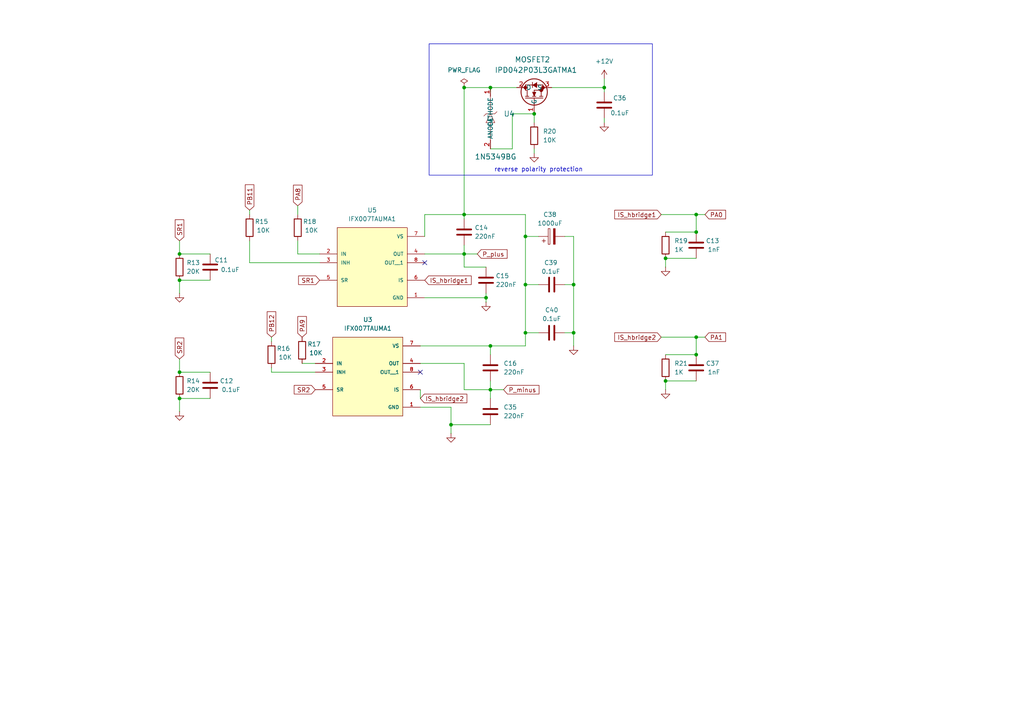
<source format=kicad_sch>
(kicad_sch
	(version 20231120)
	(generator "eeschema")
	(generator_version "8.0")
	(uuid "0bf4b174-6f76-4275-8b75-4223a67453db")
	(paper "A4")
	(lib_symbols
		(symbol "1N5349BG:1N5349BG"
			(pin_names
				(offset 0.254)
			)
			(exclude_from_sim no)
			(in_bom yes)
			(on_board yes)
			(property "Reference" "U"
				(at 8.89 5.08 0)
				(effects
					(font
						(size 1.524 1.524)
					)
				)
			)
			(property "Value" "1N5349BG"
				(at 0 0 0)
				(effects
					(font
						(size 1.524 1.524)
					)
				)
			)
			(property "Footprint" "CASE_17AA-01_ONS"
				(at 0 0 0)
				(effects
					(font
						(size 1.27 1.27)
						(italic yes)
					)
					(hide yes)
				)
			)
			(property "Datasheet" "1N5349BG"
				(at 0 0 0)
				(effects
					(font
						(size 1.27 1.27)
						(italic yes)
					)
					(hide yes)
				)
			)
			(property "Description" ""
				(at 0 0 0)
				(effects
					(font
						(size 1.27 1.27)
					)
					(hide yes)
				)
			)
			(property "ki_locked" ""
				(at 0 0 0)
				(effects
					(font
						(size 1.27 1.27)
					)
				)
			)
			(property "ki_keywords" "1N5349BG"
				(at 0 0 0)
				(effects
					(font
						(size 1.27 1.27)
					)
					(hide yes)
				)
			)
			(property "ki_fp_filters" "CASE_17AA-01_ONS"
				(at 0 0 0)
				(effects
					(font
						(size 1.27 1.27)
					)
					(hide yes)
				)
			)
			(symbol "1N5349BG_0_1"
				(polyline
					(pts
						(xy 2.54 0) (xy 7.62 0)
					)
					(stroke
						(width 0.127)
						(type default)
					)
					(fill
						(type none)
					)
				)
				(polyline
					(pts
						(xy 7.62 -1.27) (xy 7.62 1.27)
					)
					(stroke
						(width 0.127)
						(type default)
					)
					(fill
						(type none)
					)
				)
				(polyline
					(pts
						(xy 7.62 -1.27) (xy 8.255 -1.905)
					)
					(stroke
						(width 0.127)
						(type default)
					)
					(fill
						(type none)
					)
				)
				(polyline
					(pts
						(xy 7.62 1.27) (xy 6.985 1.905)
					)
					(stroke
						(width 0.127)
						(type default)
					)
					(fill
						(type none)
					)
				)
				(polyline
					(pts
						(xy 10.16 -1.27) (xy 7.62 0)
					)
					(stroke
						(width 0.127)
						(type default)
					)
					(fill
						(type none)
					)
				)
				(polyline
					(pts
						(xy 10.16 -1.27) (xy 10.16 1.27)
					)
					(stroke
						(width 0.127)
						(type default)
					)
					(fill
						(type none)
					)
				)
				(polyline
					(pts
						(xy 10.16 1.27) (xy 7.62 0)
					)
					(stroke
						(width 0.127)
						(type default)
					)
					(fill
						(type none)
					)
				)
				(polyline
					(pts
						(xy 15.24 0) (xy 10.16 0)
					)
					(stroke
						(width 0.127)
						(type default)
					)
					(fill
						(type none)
					)
				)
				(pin unspecified line
					(at 0 0 0)
					(length 2.54)
					(name "CATHODE"
						(effects
							(font
								(size 1.27 1.27)
							)
						)
					)
					(number "1"
						(effects
							(font
								(size 1.27 1.27)
							)
						)
					)
				)
				(pin unspecified line
					(at 17.78 0 180)
					(length 2.54)
					(name "ANODE"
						(effects
							(font
								(size 1.27 1.27)
							)
						)
					)
					(number "2"
						(effects
							(font
								(size 1.27 1.27)
							)
						)
					)
				)
			)
		)
		(symbol "Device:C"
			(pin_numbers hide)
			(pin_names
				(offset 0.254)
			)
			(exclude_from_sim no)
			(in_bom yes)
			(on_board yes)
			(property "Reference" "C"
				(at 0.635 2.54 0)
				(effects
					(font
						(size 1.27 1.27)
					)
					(justify left)
				)
			)
			(property "Value" "C"
				(at 0.635 -2.54 0)
				(effects
					(font
						(size 1.27 1.27)
					)
					(justify left)
				)
			)
			(property "Footprint" ""
				(at 0.9652 -3.81 0)
				(effects
					(font
						(size 1.27 1.27)
					)
					(hide yes)
				)
			)
			(property "Datasheet" "~"
				(at 0 0 0)
				(effects
					(font
						(size 1.27 1.27)
					)
					(hide yes)
				)
			)
			(property "Description" "Unpolarized capacitor"
				(at 0 0 0)
				(effects
					(font
						(size 1.27 1.27)
					)
					(hide yes)
				)
			)
			(property "ki_keywords" "cap capacitor"
				(at 0 0 0)
				(effects
					(font
						(size 1.27 1.27)
					)
					(hide yes)
				)
			)
			(property "ki_fp_filters" "C_*"
				(at 0 0 0)
				(effects
					(font
						(size 1.27 1.27)
					)
					(hide yes)
				)
			)
			(symbol "C_0_1"
				(polyline
					(pts
						(xy -2.032 -0.762) (xy 2.032 -0.762)
					)
					(stroke
						(width 0.508)
						(type default)
					)
					(fill
						(type none)
					)
				)
				(polyline
					(pts
						(xy -2.032 0.762) (xy 2.032 0.762)
					)
					(stroke
						(width 0.508)
						(type default)
					)
					(fill
						(type none)
					)
				)
			)
			(symbol "C_1_1"
				(pin passive line
					(at 0 3.81 270)
					(length 2.794)
					(name "~"
						(effects
							(font
								(size 1.27 1.27)
							)
						)
					)
					(number "1"
						(effects
							(font
								(size 1.27 1.27)
							)
						)
					)
				)
				(pin passive line
					(at 0 -3.81 90)
					(length 2.794)
					(name "~"
						(effects
							(font
								(size 1.27 1.27)
							)
						)
					)
					(number "2"
						(effects
							(font
								(size 1.27 1.27)
							)
						)
					)
				)
			)
		)
		(symbol "Device:C_Polarized"
			(pin_numbers hide)
			(pin_names
				(offset 0.254)
			)
			(exclude_from_sim no)
			(in_bom yes)
			(on_board yes)
			(property "Reference" "C"
				(at 0.635 2.54 0)
				(effects
					(font
						(size 1.27 1.27)
					)
					(justify left)
				)
			)
			(property "Value" "C_Polarized"
				(at 0.635 -2.54 0)
				(effects
					(font
						(size 1.27 1.27)
					)
					(justify left)
				)
			)
			(property "Footprint" ""
				(at 0.9652 -3.81 0)
				(effects
					(font
						(size 1.27 1.27)
					)
					(hide yes)
				)
			)
			(property "Datasheet" "~"
				(at 0 0 0)
				(effects
					(font
						(size 1.27 1.27)
					)
					(hide yes)
				)
			)
			(property "Description" "Polarized capacitor"
				(at 0 0 0)
				(effects
					(font
						(size 1.27 1.27)
					)
					(hide yes)
				)
			)
			(property "ki_keywords" "cap capacitor"
				(at 0 0 0)
				(effects
					(font
						(size 1.27 1.27)
					)
					(hide yes)
				)
			)
			(property "ki_fp_filters" "CP_*"
				(at 0 0 0)
				(effects
					(font
						(size 1.27 1.27)
					)
					(hide yes)
				)
			)
			(symbol "C_Polarized_0_1"
				(rectangle
					(start -2.286 0.508)
					(end 2.286 1.016)
					(stroke
						(width 0)
						(type default)
					)
					(fill
						(type none)
					)
				)
				(polyline
					(pts
						(xy -1.778 2.286) (xy -0.762 2.286)
					)
					(stroke
						(width 0)
						(type default)
					)
					(fill
						(type none)
					)
				)
				(polyline
					(pts
						(xy -1.27 2.794) (xy -1.27 1.778)
					)
					(stroke
						(width 0)
						(type default)
					)
					(fill
						(type none)
					)
				)
				(rectangle
					(start 2.286 -0.508)
					(end -2.286 -1.016)
					(stroke
						(width 0)
						(type default)
					)
					(fill
						(type outline)
					)
				)
			)
			(symbol "C_Polarized_1_1"
				(pin passive line
					(at 0 3.81 270)
					(length 2.794)
					(name "~"
						(effects
							(font
								(size 1.27 1.27)
							)
						)
					)
					(number "1"
						(effects
							(font
								(size 1.27 1.27)
							)
						)
					)
				)
				(pin passive line
					(at 0 -3.81 90)
					(length 2.794)
					(name "~"
						(effects
							(font
								(size 1.27 1.27)
							)
						)
					)
					(number "2"
						(effects
							(font
								(size 1.27 1.27)
							)
						)
					)
				)
			)
		)
		(symbol "Device:R"
			(pin_numbers hide)
			(pin_names
				(offset 0)
			)
			(exclude_from_sim no)
			(in_bom yes)
			(on_board yes)
			(property "Reference" "R"
				(at 2.032 0 90)
				(effects
					(font
						(size 1.27 1.27)
					)
				)
			)
			(property "Value" "R"
				(at 0 0 90)
				(effects
					(font
						(size 1.27 1.27)
					)
				)
			)
			(property "Footprint" ""
				(at -1.778 0 90)
				(effects
					(font
						(size 1.27 1.27)
					)
					(hide yes)
				)
			)
			(property "Datasheet" "~"
				(at 0 0 0)
				(effects
					(font
						(size 1.27 1.27)
					)
					(hide yes)
				)
			)
			(property "Description" "Resistor"
				(at 0 0 0)
				(effects
					(font
						(size 1.27 1.27)
					)
					(hide yes)
				)
			)
			(property "ki_keywords" "R res resistor"
				(at 0 0 0)
				(effects
					(font
						(size 1.27 1.27)
					)
					(hide yes)
				)
			)
			(property "ki_fp_filters" "R_*"
				(at 0 0 0)
				(effects
					(font
						(size 1.27 1.27)
					)
					(hide yes)
				)
			)
			(symbol "R_0_1"
				(rectangle
					(start -1.016 -2.54)
					(end 1.016 2.54)
					(stroke
						(width 0.254)
						(type default)
					)
					(fill
						(type none)
					)
				)
			)
			(symbol "R_1_1"
				(pin passive line
					(at 0 3.81 270)
					(length 1.27)
					(name "~"
						(effects
							(font
								(size 1.27 1.27)
							)
						)
					)
					(number "1"
						(effects
							(font
								(size 1.27 1.27)
							)
						)
					)
				)
				(pin passive line
					(at 0 -3.81 90)
					(length 1.27)
					(name "~"
						(effects
							(font
								(size 1.27 1.27)
							)
						)
					)
					(number "2"
						(effects
							(font
								(size 1.27 1.27)
							)
						)
					)
				)
			)
		)
		(symbol "IFX007TAUMA1:IFX007TAUMA1"
			(pin_names
				(offset 1.016)
			)
			(exclude_from_sim no)
			(in_bom yes)
			(on_board yes)
			(property "Reference" "U"
				(at -10.16 10.922 0)
				(effects
					(font
						(size 1.27 1.27)
					)
					(justify left bottom)
				)
			)
			(property "Value" "IFX007TAUMA1"
				(at -10.16 -15.24 0)
				(effects
					(font
						(size 1.27 1.27)
					)
					(justify left bottom)
				)
			)
			(property "Footprint" "IFX007TAUMA1:DPAK127P1500X440-8N"
				(at 0 0 0)
				(effects
					(font
						(size 1.27 1.27)
					)
					(justify bottom)
					(hide yes)
				)
			)
			(property "Datasheet" ""
				(at 0 0 0)
				(effects
					(font
						(size 1.27 1.27)
					)
					(hide yes)
				)
			)
			(property "Description" ""
				(at 0 0 0)
				(effects
					(font
						(size 1.27 1.27)
					)
					(hide yes)
				)
			)
			(property "PARTREV" "1.0"
				(at 0 0 0)
				(effects
					(font
						(size 1.27 1.27)
					)
					(justify bottom)
					(hide yes)
				)
			)
			(property "STANDARD" "IPC-7351B"
				(at 0 0 0)
				(effects
					(font
						(size 1.27 1.27)
					)
					(justify bottom)
					(hide yes)
				)
			)
			(property "MAXIMUM_PACKAGE_HEIGHT" "4.4mm"
				(at 0 0 0)
				(effects
					(font
						(size 1.27 1.27)
					)
					(justify bottom)
					(hide yes)
				)
			)
			(property "MANUFACTURER" "Infineon"
				(at 0 0 0)
				(effects
					(font
						(size 1.27 1.27)
					)
					(justify bottom)
					(hide yes)
				)
			)
			(symbol "IFX007TAUMA1_0_0"
				(rectangle
					(start -10.16 -12.7)
					(end 10.16 10.16)
					(stroke
						(width 0.1524)
						(type default)
					)
					(fill
						(type background)
					)
				)
				(pin power_in line
					(at 15.24 -10.16 180)
					(length 5.08)
					(name "GND"
						(effects
							(font
								(size 1.016 1.016)
							)
						)
					)
					(number "1"
						(effects
							(font
								(size 1.016 1.016)
							)
						)
					)
				)
				(pin input line
					(at -15.24 2.54 0)
					(length 5.08)
					(name "IN"
						(effects
							(font
								(size 1.016 1.016)
							)
						)
					)
					(number "2"
						(effects
							(font
								(size 1.016 1.016)
							)
						)
					)
				)
				(pin input line
					(at -15.24 0 0)
					(length 5.08)
					(name "INH"
						(effects
							(font
								(size 1.016 1.016)
							)
						)
					)
					(number "3"
						(effects
							(font
								(size 1.016 1.016)
							)
						)
					)
				)
				(pin output line
					(at 15.24 2.54 180)
					(length 5.08)
					(name "OUT"
						(effects
							(font
								(size 1.016 1.016)
							)
						)
					)
					(number "4"
						(effects
							(font
								(size 1.016 1.016)
							)
						)
					)
				)
				(pin input line
					(at -15.24 -5.08 0)
					(length 5.08)
					(name "SR"
						(effects
							(font
								(size 1.016 1.016)
							)
						)
					)
					(number "5"
						(effects
							(font
								(size 1.016 1.016)
							)
						)
					)
				)
				(pin output line
					(at 15.24 -5.08 180)
					(length 5.08)
					(name "IS"
						(effects
							(font
								(size 1.016 1.016)
							)
						)
					)
					(number "6"
						(effects
							(font
								(size 1.016 1.016)
							)
						)
					)
				)
				(pin power_in line
					(at 15.24 7.62 180)
					(length 5.08)
					(name "VS"
						(effects
							(font
								(size 1.016 1.016)
							)
						)
					)
					(number "7"
						(effects
							(font
								(size 1.016 1.016)
							)
						)
					)
				)
				(pin output line
					(at 15.24 0 180)
					(length 5.08)
					(name "OUT__1"
						(effects
							(font
								(size 1.016 1.016)
							)
						)
					)
					(number "8"
						(effects
							(font
								(size 1.016 1.016)
							)
						)
					)
				)
			)
		)
		(symbol "IPD042P03L3GATMA1:IPD042P03L3GATMA1"
			(pin_names
				(offset 0.254)
			)
			(exclude_from_sim no)
			(in_bom yes)
			(on_board yes)
			(property "Reference" "MOSFET"
				(at 11.43 1.905 0)
				(effects
					(font
						(size 1.524 1.524)
					)
				)
			)
			(property "Value" "IPD042P03L3GATMA1"
				(at 11.43 -2.54 0)
				(effects
					(font
						(size 1.524 1.524)
					)
				)
			)
			(property "Footprint" "PG-TO252-3_INF"
				(at 0 0 0)
				(effects
					(font
						(size 1.27 1.27)
						(italic yes)
					)
					(hide yes)
				)
			)
			(property "Datasheet" "IPD042P03L3GATMA1"
				(at 0 0 0)
				(effects
					(font
						(size 1.27 1.27)
						(italic yes)
					)
					(hide yes)
				)
			)
			(property "Description" ""
				(at 0 0 0)
				(effects
					(font
						(size 1.27 1.27)
					)
					(hide yes)
				)
			)
			(property "ki_locked" ""
				(at 0 0 0)
				(effects
					(font
						(size 1.27 1.27)
					)
				)
			)
			(property "ki_keywords" "IPD042P03L3GATMA1"
				(at 0 0 0)
				(effects
					(font
						(size 1.27 1.27)
					)
					(hide yes)
				)
			)
			(property "ki_fp_filters" "PG-TO252-3_INF PG-TO252-3_INF-M PG-TO252-3_INF-L"
				(at 0 0 0)
				(effects
					(font
						(size 1.27 1.27)
					)
					(hide yes)
				)
			)
			(symbol "IPD042P03L3GATMA1_0_1"
				(polyline
					(pts
						(xy 2.54 0) (xy 4.445 0)
					)
					(stroke
						(width 0.2032)
						(type default)
					)
					(fill
						(type none)
					)
				)
				(polyline
					(pts
						(xy 4.572 -2.54) (xy 4.572 2.54)
					)
					(stroke
						(width 0.2032)
						(type default)
					)
					(fill
						(type none)
					)
				)
				(polyline
					(pts
						(xy 5.08 -2.54) (xy 5.08 -1.524)
					)
					(stroke
						(width 0.2032)
						(type default)
					)
					(fill
						(type none)
					)
				)
				(polyline
					(pts
						(xy 5.08 -2.032) (xy 6.858 -2.032)
					)
					(stroke
						(width 0.2032)
						(type default)
					)
					(fill
						(type none)
					)
				)
				(polyline
					(pts
						(xy 5.08 -0.508) (xy 5.08 0.508)
					)
					(stroke
						(width 0.2032)
						(type default)
					)
					(fill
						(type none)
					)
				)
				(polyline
					(pts
						(xy 5.08 1.524) (xy 5.08 2.54)
					)
					(stroke
						(width 0.2032)
						(type default)
					)
					(fill
						(type none)
					)
				)
				(polyline
					(pts
						(xy 5.08 2.032) (xy 6.858 2.032)
					)
					(stroke
						(width 0.2032)
						(type default)
					)
					(fill
						(type none)
					)
				)
				(polyline
					(pts
						(xy 6.35 0) (xy 6.858 0)
					)
					(stroke
						(width 0.2032)
						(type default)
					)
					(fill
						(type none)
					)
				)
				(polyline
					(pts
						(xy 6.858 -2.54) (xy 6.858 0)
					)
					(stroke
						(width 0.2032)
						(type default)
					)
					(fill
						(type none)
					)
				)
				(polyline
					(pts
						(xy 6.858 -2.54) (xy 8.382 -2.54)
					)
					(stroke
						(width 0.2032)
						(type default)
					)
					(fill
						(type none)
					)
				)
				(polyline
					(pts
						(xy 6.858 2.032) (xy 6.858 2.54)
					)
					(stroke
						(width 0.2032)
						(type default)
					)
					(fill
						(type none)
					)
				)
				(polyline
					(pts
						(xy 6.858 2.54) (xy 8.382 2.54)
					)
					(stroke
						(width 0.2032)
						(type default)
					)
					(fill
						(type none)
					)
				)
				(polyline
					(pts
						(xy 8.382 -2.54) (xy 8.382 -0.762)
					)
					(stroke
						(width 0.2032)
						(type default)
					)
					(fill
						(type none)
					)
				)
				(polyline
					(pts
						(xy 8.382 0.508) (xy 8.382 2.54)
					)
					(stroke
						(width 0.2032)
						(type default)
					)
					(fill
						(type none)
					)
				)
				(polyline
					(pts
						(xy 9.144 0.508) (xy 7.62 0.508)
					)
					(stroke
						(width 0.2032)
						(type default)
					)
					(fill
						(type none)
					)
				)
				(polyline
					(pts
						(xy 6.35 0.508) (xy 5.08 0) (xy 6.35 -0.508)
					)
					(stroke
						(width 0)
						(type default)
					)
					(fill
						(type outline)
					)
				)
				(polyline
					(pts
						(xy 9.144 -0.762) (xy 7.62 -0.762) (xy 8.382 0.508)
					)
					(stroke
						(width 0)
						(type default)
					)
					(fill
						(type outline)
					)
				)
				(circle
					(center 6.35 0)
					(radius 3.81)
					(stroke
						(width 0.254)
						(type default)
					)
					(fill
						(type none)
					)
				)
				(circle
					(center 6.858 -2.032)
					(radius 0.0254)
					(stroke
						(width 0.508)
						(type default)
					)
					(fill
						(type none)
					)
				)
				(circle
					(center 7.62 -2.54)
					(radius 0.0254)
					(stroke
						(width 0.508)
						(type default)
					)
					(fill
						(type none)
					)
				)
				(circle
					(center 7.62 2.54)
					(radius 0.0254)
					(stroke
						(width 0.508)
						(type default)
					)
					(fill
						(type none)
					)
				)
				(pin unspecified line
					(at 0 0 0)
					(length 2.54)
					(name "G"
						(effects
							(font
								(size 1.27 1.27)
							)
						)
					)
					(number "1"
						(effects
							(font
								(size 1.27 1.27)
							)
						)
					)
				)
				(pin unspecified line
					(at 7.62 5.08 270)
					(length 2.54)
					(name "D"
						(effects
							(font
								(size 1.27 1.27)
							)
						)
					)
					(number "2"
						(effects
							(font
								(size 1.27 1.27)
							)
						)
					)
				)
				(pin unspecified line
					(at 7.62 -5.08 90)
					(length 2.54)
					(name "S"
						(effects
							(font
								(size 1.27 1.27)
							)
						)
					)
					(number "3"
						(effects
							(font
								(size 1.27 1.27)
							)
						)
					)
				)
			)
		)
		(symbol "power:+12V"
			(power)
			(pin_numbers hide)
			(pin_names
				(offset 0) hide)
			(exclude_from_sim no)
			(in_bom yes)
			(on_board yes)
			(property "Reference" "#PWR"
				(at 0 -3.81 0)
				(effects
					(font
						(size 1.27 1.27)
					)
					(hide yes)
				)
			)
			(property "Value" "+12V"
				(at 0 3.556 0)
				(effects
					(font
						(size 1.27 1.27)
					)
				)
			)
			(property "Footprint" ""
				(at 0 0 0)
				(effects
					(font
						(size 1.27 1.27)
					)
					(hide yes)
				)
			)
			(property "Datasheet" ""
				(at 0 0 0)
				(effects
					(font
						(size 1.27 1.27)
					)
					(hide yes)
				)
			)
			(property "Description" "Power symbol creates a global label with name \"+12V\""
				(at 0 0 0)
				(effects
					(font
						(size 1.27 1.27)
					)
					(hide yes)
				)
			)
			(property "ki_keywords" "global power"
				(at 0 0 0)
				(effects
					(font
						(size 1.27 1.27)
					)
					(hide yes)
				)
			)
			(symbol "+12V_0_1"
				(polyline
					(pts
						(xy -0.762 1.27) (xy 0 2.54)
					)
					(stroke
						(width 0)
						(type default)
					)
					(fill
						(type none)
					)
				)
				(polyline
					(pts
						(xy 0 0) (xy 0 2.54)
					)
					(stroke
						(width 0)
						(type default)
					)
					(fill
						(type none)
					)
				)
				(polyline
					(pts
						(xy 0 2.54) (xy 0.762 1.27)
					)
					(stroke
						(width 0)
						(type default)
					)
					(fill
						(type none)
					)
				)
			)
			(symbol "+12V_1_1"
				(pin power_in line
					(at 0 0 90)
					(length 0)
					(name "~"
						(effects
							(font
								(size 1.27 1.27)
							)
						)
					)
					(number "1"
						(effects
							(font
								(size 1.27 1.27)
							)
						)
					)
				)
			)
		)
		(symbol "power:GND"
			(power)
			(pin_numbers hide)
			(pin_names
				(offset 0) hide)
			(exclude_from_sim no)
			(in_bom yes)
			(on_board yes)
			(property "Reference" "#PWR"
				(at 0 -6.35 0)
				(effects
					(font
						(size 1.27 1.27)
					)
					(hide yes)
				)
			)
			(property "Value" "GND"
				(at 0 -3.81 0)
				(effects
					(font
						(size 1.27 1.27)
					)
				)
			)
			(property "Footprint" ""
				(at 0 0 0)
				(effects
					(font
						(size 1.27 1.27)
					)
					(hide yes)
				)
			)
			(property "Datasheet" ""
				(at 0 0 0)
				(effects
					(font
						(size 1.27 1.27)
					)
					(hide yes)
				)
			)
			(property "Description" "Power symbol creates a global label with name \"GND\" , ground"
				(at 0 0 0)
				(effects
					(font
						(size 1.27 1.27)
					)
					(hide yes)
				)
			)
			(property "ki_keywords" "global power"
				(at 0 0 0)
				(effects
					(font
						(size 1.27 1.27)
					)
					(hide yes)
				)
			)
			(symbol "GND_0_1"
				(polyline
					(pts
						(xy 0 0) (xy 0 -1.27) (xy 1.27 -1.27) (xy 0 -2.54) (xy -1.27 -1.27) (xy 0 -1.27)
					)
					(stroke
						(width 0)
						(type default)
					)
					(fill
						(type none)
					)
				)
			)
			(symbol "GND_1_1"
				(pin power_in line
					(at 0 0 270)
					(length 0)
					(name "~"
						(effects
							(font
								(size 1.27 1.27)
							)
						)
					)
					(number "1"
						(effects
							(font
								(size 1.27 1.27)
							)
						)
					)
				)
			)
		)
		(symbol "power:PWR_FLAG"
			(power)
			(pin_numbers hide)
			(pin_names
				(offset 0) hide)
			(exclude_from_sim no)
			(in_bom yes)
			(on_board yes)
			(property "Reference" "#FLG"
				(at 0 1.905 0)
				(effects
					(font
						(size 1.27 1.27)
					)
					(hide yes)
				)
			)
			(property "Value" "PWR_FLAG"
				(at 0 3.81 0)
				(effects
					(font
						(size 1.27 1.27)
					)
				)
			)
			(property "Footprint" ""
				(at 0 0 0)
				(effects
					(font
						(size 1.27 1.27)
					)
					(hide yes)
				)
			)
			(property "Datasheet" "~"
				(at 0 0 0)
				(effects
					(font
						(size 1.27 1.27)
					)
					(hide yes)
				)
			)
			(property "Description" "Special symbol for telling ERC where power comes from"
				(at 0 0 0)
				(effects
					(font
						(size 1.27 1.27)
					)
					(hide yes)
				)
			)
			(property "ki_keywords" "flag power"
				(at 0 0 0)
				(effects
					(font
						(size 1.27 1.27)
					)
					(hide yes)
				)
			)
			(symbol "PWR_FLAG_0_0"
				(pin power_out line
					(at 0 0 90)
					(length 0)
					(name "~"
						(effects
							(font
								(size 1.27 1.27)
							)
						)
					)
					(number "1"
						(effects
							(font
								(size 1.27 1.27)
							)
						)
					)
				)
			)
			(symbol "PWR_FLAG_0_1"
				(polyline
					(pts
						(xy 0 0) (xy 0 1.27) (xy -1.016 1.905) (xy 0 2.54) (xy 1.016 1.905) (xy 0 1.27)
					)
					(stroke
						(width 0)
						(type default)
					)
					(fill
						(type none)
					)
				)
			)
		)
	)
	(junction
		(at 52.07 107.95)
		(diameter 0)
		(color 0 0 0 0)
		(uuid "04a9afe4-0b66-4603-b9e1-4a17ae973d62")
	)
	(junction
		(at 201.93 102.87)
		(diameter 0)
		(color 0 0 0 0)
		(uuid "1a1d1d94-a6a7-46d4-aace-ea5c37c178c2")
	)
	(junction
		(at 134.62 62.23)
		(diameter 0)
		(color 0 0 0 0)
		(uuid "1d3bf490-26fc-4f0b-9e1e-50f301f4ecc0")
	)
	(junction
		(at 166.37 96.52)
		(diameter 0)
		(color 0 0 0 0)
		(uuid "305b207b-3d89-408e-8158-175d159684fa")
	)
	(junction
		(at 52.07 73.66)
		(diameter 0)
		(color 0 0 0 0)
		(uuid "40cd7360-da52-4434-8028-4d1aaac12887")
	)
	(junction
		(at 154.94 33.02)
		(diameter 0)
		(color 0 0 0 0)
		(uuid "416fd88b-2961-44fe-a61b-ab5031458c4b")
	)
	(junction
		(at 175.26 25.4)
		(diameter 0)
		(color 0 0 0 0)
		(uuid "5d48134c-a3ad-47b8-a1d7-76e11293c5ae")
	)
	(junction
		(at 134.62 25.4)
		(diameter 0)
		(color 0 0 0 0)
		(uuid "6b9bacd2-8101-44e1-9e1d-d561d1e9f356")
	)
	(junction
		(at 152.4 82.55)
		(diameter 0)
		(color 0 0 0 0)
		(uuid "73536d5b-2ef8-41df-a11b-cdddd30fd40a")
	)
	(junction
		(at 134.62 73.66)
		(diameter 0)
		(color 0 0 0 0)
		(uuid "7b479bf1-590f-40b0-a5ee-a662ee41d431")
	)
	(junction
		(at 193.04 74.93)
		(diameter 0)
		(color 0 0 0 0)
		(uuid "84dd4034-2aa0-4f3c-afc8-86f835db4a62")
	)
	(junction
		(at 140.97 86.36)
		(diameter 0)
		(color 0 0 0 0)
		(uuid "87722f0c-1a04-436a-a0ee-2aa67161b318")
	)
	(junction
		(at 130.81 123.19)
		(diameter 0)
		(color 0 0 0 0)
		(uuid "97655bb7-6d53-44e9-bf18-9dd1e5771f46")
	)
	(junction
		(at 52.07 115.57)
		(diameter 0)
		(color 0 0 0 0)
		(uuid "a86f36b5-b98f-4700-bdd9-34c886683323")
	)
	(junction
		(at 142.24 25.4)
		(diameter 0)
		(color 0 0 0 0)
		(uuid "b5efadc0-e5f3-47d7-8bdf-4028f481bd93")
	)
	(junction
		(at 166.37 82.55)
		(diameter 0)
		(color 0 0 0 0)
		(uuid "bdb486b1-79fd-48ba-ae4f-2530a332569f")
	)
	(junction
		(at 152.4 96.52)
		(diameter 0)
		(color 0 0 0 0)
		(uuid "c09706a3-6ccd-48e4-9e81-7728b8fb478f")
	)
	(junction
		(at 142.24 113.03)
		(diameter 0)
		(color 0 0 0 0)
		(uuid "c337a958-d1fa-405e-b896-037bfaa0d94e")
	)
	(junction
		(at 52.07 81.28)
		(diameter 0)
		(color 0 0 0 0)
		(uuid "c48c9487-b1ac-4346-ade0-8945f4f1e495")
	)
	(junction
		(at 142.24 100.33)
		(diameter 0)
		(color 0 0 0 0)
		(uuid "cbcb1bd3-00de-4653-94ac-f5cee508ed87")
	)
	(junction
		(at 152.4 68.58)
		(diameter 0)
		(color 0 0 0 0)
		(uuid "cfd9c1b6-6e3f-409b-9cc7-e44254dd4dbc")
	)
	(junction
		(at 193.04 110.49)
		(diameter 0)
		(color 0 0 0 0)
		(uuid "dc12ebfd-2b7e-4dcb-829c-495dbe27ef73")
	)
	(junction
		(at 201.93 62.23)
		(diameter 0)
		(color 0 0 0 0)
		(uuid "e6cab281-bcb8-4c35-adee-a7ce6bc43670")
	)
	(junction
		(at 201.93 67.31)
		(diameter 0)
		(color 0 0 0 0)
		(uuid "f009e00b-6d50-4c1f-980a-0accf97d525d")
	)
	(junction
		(at 201.93 97.79)
		(diameter 0)
		(color 0 0 0 0)
		(uuid "f981d929-6ed4-447d-8846-137475e05d73")
	)
	(no_connect
		(at 123.19 76.2)
		(uuid "bdf8bf16-e3e1-4aa9-a0f1-5dd3af9e623e")
	)
	(no_connect
		(at 121.92 107.95)
		(uuid "cec0eae5-a7fd-48d9-aa66-78fa67b1e743")
	)
	(wire
		(pts
			(xy 166.37 82.55) (xy 166.37 96.52)
		)
		(stroke
			(width 0)
			(type default)
		)
		(uuid "01349c24-efac-460a-9c2d-074041579111")
	)
	(wire
		(pts
			(xy 134.62 113.03) (xy 134.62 105.41)
		)
		(stroke
			(width 0)
			(type default)
		)
		(uuid "07ee510d-91c7-4eec-ad56-85d78901afda")
	)
	(wire
		(pts
			(xy 191.77 97.79) (xy 201.93 97.79)
		)
		(stroke
			(width 0)
			(type default)
		)
		(uuid "08540f95-1fe0-4492-ae41-2bfb5a408700")
	)
	(wire
		(pts
			(xy 52.07 107.95) (xy 60.96 107.95)
		)
		(stroke
			(width 0)
			(type default)
		)
		(uuid "08dfc7d9-30c1-4155-8346-c32bcf146e51")
	)
	(wire
		(pts
			(xy 152.4 82.55) (xy 152.4 68.58)
		)
		(stroke
			(width 0)
			(type default)
		)
		(uuid "1506491a-0179-4b93-86fc-97aebd159c89")
	)
	(wire
		(pts
			(xy 134.62 113.03) (xy 142.24 113.03)
		)
		(stroke
			(width 0)
			(type default)
		)
		(uuid "1c0f0a65-2f55-4fab-8d90-eef0758dc04b")
	)
	(wire
		(pts
			(xy 142.24 100.33) (xy 142.24 102.87)
		)
		(stroke
			(width 0)
			(type default)
		)
		(uuid "20f5da60-e8a4-4921-92a9-2efc0fb93360")
	)
	(wire
		(pts
			(xy 134.62 62.23) (xy 152.4 62.23)
		)
		(stroke
			(width 0)
			(type default)
		)
		(uuid "21b9991d-0574-47bd-9fe4-701821e0df22")
	)
	(wire
		(pts
			(xy 201.93 62.23) (xy 204.47 62.23)
		)
		(stroke
			(width 0)
			(type default)
		)
		(uuid "2295b934-1364-4b34-9dde-e9dd67086643")
	)
	(wire
		(pts
			(xy 134.62 25.4) (xy 142.24 25.4)
		)
		(stroke
			(width 0)
			(type default)
		)
		(uuid "25f256de-c1d1-4988-9ee3-8de865d21455")
	)
	(wire
		(pts
			(xy 152.4 68.58) (xy 152.4 62.23)
		)
		(stroke
			(width 0)
			(type default)
		)
		(uuid "262be2a9-3d8a-4c9e-bd4d-4dcf99803c11")
	)
	(wire
		(pts
			(xy 91.44 107.95) (xy 78.74 107.95)
		)
		(stroke
			(width 0)
			(type default)
		)
		(uuid "2a50cfb5-5e84-46dc-a29f-d60cba8b4a25")
	)
	(wire
		(pts
			(xy 175.26 22.86) (xy 175.26 25.4)
		)
		(stroke
			(width 0)
			(type default)
		)
		(uuid "2d2a5b85-3eff-4ef2-8fb7-ed7a5811c51d")
	)
	(wire
		(pts
			(xy 142.24 113.03) (xy 142.24 115.57)
		)
		(stroke
			(width 0)
			(type default)
		)
		(uuid "2d86e3b5-0f7d-4a2c-9db0-6c805da4bea6")
	)
	(wire
		(pts
			(xy 123.19 68.58) (xy 123.19 62.23)
		)
		(stroke
			(width 0)
			(type default)
		)
		(uuid "2f57e7d2-d86c-45e8-8666-27dbe9de1021")
	)
	(wire
		(pts
			(xy 72.39 60.96) (xy 72.39 62.23)
		)
		(stroke
			(width 0)
			(type default)
		)
		(uuid "341c88b4-7dd7-4953-8258-3f996097c068")
	)
	(wire
		(pts
			(xy 193.04 110.49) (xy 193.04 113.03)
		)
		(stroke
			(width 0)
			(type default)
		)
		(uuid "34e9d32c-7019-4bd3-a8cc-623ef6af5a14")
	)
	(wire
		(pts
			(xy 134.62 73.66) (xy 138.43 73.66)
		)
		(stroke
			(width 0)
			(type default)
		)
		(uuid "37a81f25-5895-4f80-9cdf-6fe8dc6a1b27")
	)
	(wire
		(pts
			(xy 52.07 81.28) (xy 60.96 81.28)
		)
		(stroke
			(width 0)
			(type default)
		)
		(uuid "390e1bc6-1333-4152-ac69-81c84554b085")
	)
	(wire
		(pts
			(xy 193.04 74.93) (xy 201.93 74.93)
		)
		(stroke
			(width 0)
			(type default)
		)
		(uuid "3a3f2066-e162-4ee7-b49f-a272374d077d")
	)
	(wire
		(pts
			(xy 134.62 77.47) (xy 134.62 73.66)
		)
		(stroke
			(width 0)
			(type default)
		)
		(uuid "3f9a9a63-52d8-46f9-b683-4622236962c6")
	)
	(wire
		(pts
			(xy 78.74 107.95) (xy 78.74 106.68)
		)
		(stroke
			(width 0)
			(type default)
		)
		(uuid "42ea6789-7d5e-479d-9dc2-2a2cd3711e01")
	)
	(wire
		(pts
			(xy 52.07 115.57) (xy 52.07 119.38)
		)
		(stroke
			(width 0)
			(type default)
		)
		(uuid "443bff8e-0f96-495a-a8e1-5ec0237d88f1")
	)
	(wire
		(pts
			(xy 78.74 97.79) (xy 78.74 99.06)
		)
		(stroke
			(width 0)
			(type default)
		)
		(uuid "48c2c4bc-dcbb-4e56-9c4e-97d8202ba207")
	)
	(wire
		(pts
			(xy 160.02 25.4) (xy 175.26 25.4)
		)
		(stroke
			(width 0)
			(type default)
		)
		(uuid "4e2292a6-f72f-4ad0-b0b2-ea2b58422879")
	)
	(wire
		(pts
			(xy 123.19 86.36) (xy 140.97 86.36)
		)
		(stroke
			(width 0)
			(type default)
		)
		(uuid "4eda1b3e-6214-4f0c-b0b6-d6b426f4b3e1")
	)
	(wire
		(pts
			(xy 154.94 43.18) (xy 154.94 44.45)
		)
		(stroke
			(width 0)
			(type default)
		)
		(uuid "54bce2f9-f7fc-45b8-b0e9-e29545e5c5b2")
	)
	(wire
		(pts
			(xy 148.59 33.02) (xy 154.94 33.02)
		)
		(stroke
			(width 0)
			(type default)
		)
		(uuid "55722860-8b95-482a-9f06-93767a96b064")
	)
	(wire
		(pts
			(xy 163.83 68.58) (xy 166.37 68.58)
		)
		(stroke
			(width 0)
			(type default)
		)
		(uuid "5940fe06-efe3-4a76-86a7-b33745392d6f")
	)
	(wire
		(pts
			(xy 201.93 97.79) (xy 204.47 97.79)
		)
		(stroke
			(width 0)
			(type default)
		)
		(uuid "59d342fe-8249-4f94-8c74-c9fc611af799")
	)
	(wire
		(pts
			(xy 134.62 105.41) (xy 121.92 105.41)
		)
		(stroke
			(width 0)
			(type default)
		)
		(uuid "5bcb740c-424c-4067-9c27-e9f86295393b")
	)
	(wire
		(pts
			(xy 166.37 96.52) (xy 163.83 96.52)
		)
		(stroke
			(width 0)
			(type default)
		)
		(uuid "5bfd0eb2-953e-4409-b830-6765aed4d463")
	)
	(wire
		(pts
			(xy 87.63 105.41) (xy 91.44 105.41)
		)
		(stroke
			(width 0)
			(type default)
		)
		(uuid "5c30ab4b-1aaa-4f5b-a799-922d2ca9a23d")
	)
	(wire
		(pts
			(xy 152.4 82.55) (xy 156.21 82.55)
		)
		(stroke
			(width 0)
			(type default)
		)
		(uuid "5c6e6881-b61d-43f2-b936-1cfc3ae39365")
	)
	(wire
		(pts
			(xy 166.37 68.58) (xy 166.37 82.55)
		)
		(stroke
			(width 0)
			(type default)
		)
		(uuid "5cc2667d-5c50-4b68-b089-ab6b35108afa")
	)
	(wire
		(pts
			(xy 154.94 33.02) (xy 154.94 35.56)
		)
		(stroke
			(width 0)
			(type default)
		)
		(uuid "5de170a8-1caf-402f-a308-8769d8fc2d4e")
	)
	(wire
		(pts
			(xy 52.07 104.14) (xy 52.07 107.95)
		)
		(stroke
			(width 0)
			(type default)
		)
		(uuid "5fe81d3e-4aba-48dc-a779-4f85564f3952")
	)
	(wire
		(pts
			(xy 191.77 62.23) (xy 201.93 62.23)
		)
		(stroke
			(width 0)
			(type default)
		)
		(uuid "6342e579-ee16-4746-b4d9-276301d13ab4")
	)
	(wire
		(pts
			(xy 142.24 110.49) (xy 142.24 113.03)
		)
		(stroke
			(width 0)
			(type default)
		)
		(uuid "6477ed35-ce85-4b8c-8664-147b39d24958")
	)
	(wire
		(pts
			(xy 121.92 100.33) (xy 142.24 100.33)
		)
		(stroke
			(width 0)
			(type default)
		)
		(uuid "6901b09f-e11f-4a93-b17a-7746cb5d5ef8")
	)
	(wire
		(pts
			(xy 130.81 118.11) (xy 130.81 123.19)
		)
		(stroke
			(width 0)
			(type default)
		)
		(uuid "73427fd4-c870-403a-a92e-fd9cdff88799")
	)
	(wire
		(pts
			(xy 166.37 96.52) (xy 166.37 100.33)
		)
		(stroke
			(width 0)
			(type default)
		)
		(uuid "73f8afbf-5231-4cf1-9bf3-360776983ae1")
	)
	(wire
		(pts
			(xy 142.24 43.18) (xy 148.59 43.18)
		)
		(stroke
			(width 0)
			(type default)
		)
		(uuid "749e9d5f-e827-4e90-8aee-ec664b649c89")
	)
	(wire
		(pts
			(xy 142.24 100.33) (xy 152.4 100.33)
		)
		(stroke
			(width 0)
			(type default)
		)
		(uuid "7c2f54fd-426d-4bf9-bedf-ddae33a92a53")
	)
	(wire
		(pts
			(xy 201.93 97.79) (xy 201.93 102.87)
		)
		(stroke
			(width 0)
			(type default)
		)
		(uuid "81a31c96-3139-400f-9fe7-f4b2c06a0ef7")
	)
	(wire
		(pts
			(xy 142.24 113.03) (xy 146.05 113.03)
		)
		(stroke
			(width 0)
			(type default)
		)
		(uuid "8228008a-bb71-4dde-9935-6b39e899bb77")
	)
	(wire
		(pts
			(xy 201.93 62.23) (xy 201.93 67.31)
		)
		(stroke
			(width 0)
			(type default)
		)
		(uuid "827eddae-461a-41fd-ab3d-d492b73e79e9")
	)
	(wire
		(pts
			(xy 134.62 25.4) (xy 134.62 62.23)
		)
		(stroke
			(width 0)
			(type default)
		)
		(uuid "83e45a39-7f42-4e5b-aa3b-3638f6560437")
	)
	(wire
		(pts
			(xy 72.39 69.85) (xy 72.39 76.2)
		)
		(stroke
			(width 0)
			(type default)
		)
		(uuid "847597f1-bad4-473a-9bc6-3ef9e4ca9011")
	)
	(wire
		(pts
			(xy 152.4 100.33) (xy 152.4 96.52)
		)
		(stroke
			(width 0)
			(type default)
		)
		(uuid "84a78025-672e-4ead-bd09-64768a1ae27c")
	)
	(wire
		(pts
			(xy 130.81 123.19) (xy 142.24 123.19)
		)
		(stroke
			(width 0)
			(type default)
		)
		(uuid "897a13ff-c67a-4ca9-a56f-1285b396f125")
	)
	(wire
		(pts
			(xy 193.04 102.87) (xy 201.93 102.87)
		)
		(stroke
			(width 0)
			(type default)
		)
		(uuid "8c9dc318-1133-4fe5-bba7-e1dcc8e9f8d5")
	)
	(wire
		(pts
			(xy 148.59 43.18) (xy 148.59 33.02)
		)
		(stroke
			(width 0)
			(type default)
		)
		(uuid "91c9fb1c-e555-4af2-883d-e5673ac4cccf")
	)
	(wire
		(pts
			(xy 163.83 82.55) (xy 166.37 82.55)
		)
		(stroke
			(width 0)
			(type default)
		)
		(uuid "93990ec6-b213-4705-ba1e-53e1e66b7b23")
	)
	(wire
		(pts
			(xy 175.26 34.29) (xy 175.26 35.56)
		)
		(stroke
			(width 0)
			(type default)
		)
		(uuid "94dc516b-b278-4215-9199-9366b6008605")
	)
	(wire
		(pts
			(xy 52.07 73.66) (xy 60.96 73.66)
		)
		(stroke
			(width 0)
			(type default)
		)
		(uuid "9b021905-0ed5-4d62-bb27-a12308459594")
	)
	(wire
		(pts
			(xy 86.36 73.66) (xy 92.71 73.66)
		)
		(stroke
			(width 0)
			(type default)
		)
		(uuid "a0fa6cc1-c4e5-4a70-99dd-2a668277c6ea")
	)
	(wire
		(pts
			(xy 134.62 71.12) (xy 134.62 73.66)
		)
		(stroke
			(width 0)
			(type default)
		)
		(uuid "a323846c-a0c6-416e-94df-c93841416732")
	)
	(wire
		(pts
			(xy 86.36 69.85) (xy 86.36 73.66)
		)
		(stroke
			(width 0)
			(type default)
		)
		(uuid "aba199d9-2fd2-423b-89a6-9f141ae306f0")
	)
	(wire
		(pts
			(xy 134.62 62.23) (xy 123.19 62.23)
		)
		(stroke
			(width 0)
			(type default)
		)
		(uuid "acb96caa-4d65-4ce7-8e56-fc41e21c280b")
	)
	(wire
		(pts
			(xy 193.04 110.49) (xy 201.93 110.49)
		)
		(stroke
			(width 0)
			(type default)
		)
		(uuid "ae2e2b08-b8d9-4e98-9fb6-58b3f18b5047")
	)
	(wire
		(pts
			(xy 140.97 85.09) (xy 140.97 86.36)
		)
		(stroke
			(width 0)
			(type default)
		)
		(uuid "b2818764-9cdf-4002-9b8d-e04b064d975b")
	)
	(wire
		(pts
			(xy 142.24 25.4) (xy 149.86 25.4)
		)
		(stroke
			(width 0)
			(type default)
		)
		(uuid "b3a5319f-d87b-48eb-bec2-c4fb47032c26")
	)
	(wire
		(pts
			(xy 52.07 81.28) (xy 52.07 85.09)
		)
		(stroke
			(width 0)
			(type default)
		)
		(uuid "bb092a2b-c35f-466c-acdb-22fade66fc46")
	)
	(wire
		(pts
			(xy 86.36 59.69) (xy 86.36 62.23)
		)
		(stroke
			(width 0)
			(type default)
		)
		(uuid "c2a5e834-12a4-435c-9ae9-be3dcb0d9f9f")
	)
	(wire
		(pts
			(xy 52.07 115.57) (xy 60.96 115.57)
		)
		(stroke
			(width 0)
			(type default)
		)
		(uuid "c522d9c4-f89c-4c6e-97c0-0e040ffcc84b")
	)
	(wire
		(pts
			(xy 130.81 123.19) (xy 130.81 125.73)
		)
		(stroke
			(width 0)
			(type default)
		)
		(uuid "c59d8978-0d33-47a8-99e5-2328b809f3dc")
	)
	(wire
		(pts
			(xy 52.07 69.85) (xy 52.07 73.66)
		)
		(stroke
			(width 0)
			(type default)
		)
		(uuid "ca6ed2d0-a26e-4cb2-b586-60d7d230c092")
	)
	(wire
		(pts
			(xy 152.4 96.52) (xy 152.4 82.55)
		)
		(stroke
			(width 0)
			(type default)
		)
		(uuid "d356a3a5-06be-4501-a511-50b89e96a684")
	)
	(wire
		(pts
			(xy 72.39 76.2) (xy 92.71 76.2)
		)
		(stroke
			(width 0)
			(type default)
		)
		(uuid "d57221cb-b0c4-41db-b171-c867b0695da9")
	)
	(wire
		(pts
			(xy 193.04 67.31) (xy 201.93 67.31)
		)
		(stroke
			(width 0)
			(type default)
		)
		(uuid "d97f96b7-03d7-46fd-b95a-4e9d59175c5c")
	)
	(wire
		(pts
			(xy 121.92 115.57) (xy 121.92 113.03)
		)
		(stroke
			(width 0)
			(type default)
		)
		(uuid "d9e671e2-6784-4165-a05c-f5be58f738dd")
	)
	(wire
		(pts
			(xy 134.62 62.23) (xy 134.62 63.5)
		)
		(stroke
			(width 0)
			(type default)
		)
		(uuid "e38d1194-4e73-4c33-81e2-ff79d92f9a8e")
	)
	(wire
		(pts
			(xy 193.04 74.93) (xy 193.04 77.47)
		)
		(stroke
			(width 0)
			(type default)
		)
		(uuid "e9c8953b-85c4-4586-b3e4-f572dc549112")
	)
	(wire
		(pts
			(xy 175.26 25.4) (xy 175.26 26.67)
		)
		(stroke
			(width 0)
			(type default)
		)
		(uuid "eabfa4cc-f113-48e8-9071-3cb7c76efb81")
	)
	(wire
		(pts
			(xy 142.24 25.4) (xy 142.24 26.67)
		)
		(stroke
			(width 0)
			(type default)
		)
		(uuid "eb73190e-3c6b-4e66-ab8d-c095dc44e8b5")
	)
	(wire
		(pts
			(xy 152.4 96.52) (xy 156.21 96.52)
		)
		(stroke
			(width 0)
			(type default)
		)
		(uuid "ede9d429-1e6c-4e3a-a74d-d8b34d801819")
	)
	(wire
		(pts
			(xy 140.97 77.47) (xy 134.62 77.47)
		)
		(stroke
			(width 0)
			(type default)
		)
		(uuid "edf21cf1-9587-4215-b63c-927245ab6127")
	)
	(wire
		(pts
			(xy 121.92 118.11) (xy 130.81 118.11)
		)
		(stroke
			(width 0)
			(type default)
		)
		(uuid "f76b505a-fe38-44b7-a533-d9fe8885c2ff")
	)
	(wire
		(pts
			(xy 123.19 73.66) (xy 134.62 73.66)
		)
		(stroke
			(width 0)
			(type default)
		)
		(uuid "fde3895c-da61-4fbd-8424-23e749168974")
	)
	(wire
		(pts
			(xy 140.97 87.63) (xy 140.97 86.36)
		)
		(stroke
			(width 0)
			(type default)
		)
		(uuid "fe67ec00-3d62-442a-be00-c55e7f07b056")
	)
	(wire
		(pts
			(xy 152.4 68.58) (xy 156.21 68.58)
		)
		(stroke
			(width 0)
			(type default)
		)
		(uuid "ff3823cd-0306-4c9a-b2ce-4a9892927be1")
	)
	(rectangle
		(start 124.46 12.7)
		(end 189.23 50.8)
		(stroke
			(width 0)
			(type default)
		)
		(fill
			(type none)
		)
		(uuid 1b8ecdea-bd78-47ca-80b7-ac23e88e52ec)
	)
	(text "reverse polarity protection\n"
		(exclude_from_sim no)
		(at 156.21 49.276 0)
		(effects
			(font
				(size 1.27 1.27)
			)
		)
		(uuid "d95c2c83-dabd-4128-a5c4-e1daf3fd1d8b")
	)
	(global_label "PA1"
		(shape input)
		(at 204.47 97.79 0)
		(fields_autoplaced yes)
		(effects
			(font
				(size 1.27 1.27)
			)
			(justify left)
		)
		(uuid "1511855e-0ff2-42a7-a553-ce42f295c3a6")
		(property "Intersheetrefs" "${INTERSHEET_REFS}"
			(at 211.0233 97.79 0)
			(effects
				(font
					(size 1.27 1.27)
				)
				(justify left)
				(hide yes)
			)
		)
	)
	(global_label "PB12"
		(shape input)
		(at 78.74 97.79 90)
		(fields_autoplaced yes)
		(effects
			(font
				(size 1.27 1.27)
			)
			(justify left)
		)
		(uuid "169d5bd0-26e7-4de4-a26f-8a425a74280f")
		(property "Intersheetrefs" "${INTERSHEET_REFS}"
			(at 78.74 89.8458 90)
			(effects
				(font
					(size 1.27 1.27)
				)
				(justify left)
				(hide yes)
			)
		)
	)
	(global_label "PB11"
		(shape input)
		(at 72.39 60.96 90)
		(fields_autoplaced yes)
		(effects
			(font
				(size 1.27 1.27)
			)
			(justify left)
		)
		(uuid "1760d53e-a0cd-4125-9c0f-dff4ce9b4f7d")
		(property "Intersheetrefs" "${INTERSHEET_REFS}"
			(at 72.39 53.0158 90)
			(effects
				(font
					(size 1.27 1.27)
				)
				(justify left)
				(hide yes)
			)
		)
	)
	(global_label "PA8"
		(shape input)
		(at 86.36 59.69 90)
		(fields_autoplaced yes)
		(effects
			(font
				(size 1.27 1.27)
			)
			(justify left)
		)
		(uuid "42185c60-4693-41cb-bf93-26e6ab70c113")
		(property "Intersheetrefs" "${INTERSHEET_REFS}"
			(at 86.36 53.1367 90)
			(effects
				(font
					(size 1.27 1.27)
				)
				(justify left)
				(hide yes)
			)
		)
	)
	(global_label "IS_hbridge1"
		(shape input)
		(at 123.19 81.28 0)
		(fields_autoplaced yes)
		(effects
			(font
				(size 1.27 1.27)
			)
			(justify left)
		)
		(uuid "8b2a5115-6340-43bc-9a8a-c518c1ae9f45")
		(property "Intersheetrefs" "${INTERSHEET_REFS}"
			(at 137.2422 81.28 0)
			(effects
				(font
					(size 1.27 1.27)
				)
				(justify left)
				(hide yes)
			)
		)
	)
	(global_label "PA0"
		(shape input)
		(at 204.47 62.23 0)
		(fields_autoplaced yes)
		(effects
			(font
				(size 1.27 1.27)
			)
			(justify left)
		)
		(uuid "8b856299-14fe-4e19-aa85-afc7bc76a911")
		(property "Intersheetrefs" "${INTERSHEET_REFS}"
			(at 211.0233 62.23 0)
			(effects
				(font
					(size 1.27 1.27)
				)
				(justify left)
				(hide yes)
			)
		)
	)
	(global_label "IS_hbridge2"
		(shape input)
		(at 121.92 115.57 0)
		(fields_autoplaced yes)
		(effects
			(font
				(size 1.27 1.27)
			)
			(justify left)
		)
		(uuid "8f8041c6-1645-4561-bad3-cfe69bdb8ddd")
		(property "Intersheetrefs" "${INTERSHEET_REFS}"
			(at 135.9722 115.57 0)
			(effects
				(font
					(size 1.27 1.27)
				)
				(justify left)
				(hide yes)
			)
		)
	)
	(global_label "P_minus"
		(shape input)
		(at 146.05 113.03 0)
		(fields_autoplaced yes)
		(effects
			(font
				(size 1.27 1.27)
			)
			(justify left)
		)
		(uuid "9a38fee1-8cf0-4e47-b030-cf64c15dfb0d")
		(property "Intersheetrefs" "${INTERSHEET_REFS}"
			(at 156.897 113.03 0)
			(effects
				(font
					(size 1.27 1.27)
				)
				(justify left)
				(hide yes)
			)
		)
	)
	(global_label "PA9"
		(shape input)
		(at 87.63 97.79 90)
		(fields_autoplaced yes)
		(effects
			(font
				(size 1.27 1.27)
			)
			(justify left)
		)
		(uuid "9c0bf8b3-cb27-470e-baf4-59499437f6e8")
		(property "Intersheetrefs" "${INTERSHEET_REFS}"
			(at 87.63 91.2367 90)
			(effects
				(font
					(size 1.27 1.27)
				)
				(justify left)
				(hide yes)
			)
		)
	)
	(global_label "SR2"
		(shape input)
		(at 52.07 104.14 90)
		(fields_autoplaced yes)
		(effects
			(font
				(size 1.27 1.27)
			)
			(justify left)
		)
		(uuid "a8a18ca0-fe3b-461b-927a-d8cd25d5de21")
		(property "Intersheetrefs" "${INTERSHEET_REFS}"
			(at 52.07 97.4658 90)
			(effects
				(font
					(size 1.27 1.27)
				)
				(justify left)
				(hide yes)
			)
		)
	)
	(global_label "SR2"
		(shape input)
		(at 91.44 113.03 180)
		(fields_autoplaced yes)
		(effects
			(font
				(size 1.27 1.27)
			)
			(justify right)
		)
		(uuid "aa7787a5-0d77-4bc5-9b3e-5b0cb5f385ec")
		(property "Intersheetrefs" "${INTERSHEET_REFS}"
			(at 84.7658 113.03 0)
			(effects
				(font
					(size 1.27 1.27)
				)
				(justify right)
				(hide yes)
			)
		)
	)
	(global_label "SR1"
		(shape input)
		(at 92.71 81.28 180)
		(fields_autoplaced yes)
		(effects
			(font
				(size 1.27 1.27)
			)
			(justify right)
		)
		(uuid "b71c6c6d-78d3-4401-9cdb-66bf500e1eab")
		(property "Intersheetrefs" "${INTERSHEET_REFS}"
			(at 86.0358 81.28 0)
			(effects
				(font
					(size 1.27 1.27)
				)
				(justify right)
				(hide yes)
			)
		)
	)
	(global_label "IS_hbridge1"
		(shape input)
		(at 191.77 62.23 180)
		(fields_autoplaced yes)
		(effects
			(font
				(size 1.27 1.27)
			)
			(justify right)
		)
		(uuid "be72cc40-879e-4aae-8432-de8a044b4ef2")
		(property "Intersheetrefs" "${INTERSHEET_REFS}"
			(at 177.7178 62.23 0)
			(effects
				(font
					(size 1.27 1.27)
				)
				(justify right)
				(hide yes)
			)
		)
	)
	(global_label "SR1"
		(shape input)
		(at 52.07 69.85 90)
		(fields_autoplaced yes)
		(effects
			(font
				(size 1.27 1.27)
			)
			(justify left)
		)
		(uuid "c41ad742-1f5a-4473-b866-d79ef5489008")
		(property "Intersheetrefs" "${INTERSHEET_REFS}"
			(at 52.07 63.1758 90)
			(effects
				(font
					(size 1.27 1.27)
				)
				(justify left)
				(hide yes)
			)
		)
	)
	(global_label "P_plus"
		(shape input)
		(at 138.43 73.66 0)
		(fields_autoplaced yes)
		(effects
			(font
				(size 1.27 1.27)
			)
			(justify left)
		)
		(uuid "c990f19d-ad6a-4bbe-b491-dd674f531c99")
		(property "Intersheetrefs" "${INTERSHEET_REFS}"
			(at 147.6441 73.66 0)
			(effects
				(font
					(size 1.27 1.27)
				)
				(justify left)
				(hide yes)
			)
		)
	)
	(global_label "IS_hbridge2"
		(shape input)
		(at 191.77 97.79 180)
		(fields_autoplaced yes)
		(effects
			(font
				(size 1.27 1.27)
			)
			(justify right)
		)
		(uuid "cf480d3f-3771-433a-8d83-d1351e9ab197")
		(property "Intersheetrefs" "${INTERSHEET_REFS}"
			(at 177.7178 97.79 0)
			(effects
				(font
					(size 1.27 1.27)
				)
				(justify right)
				(hide yes)
			)
		)
	)
	(symbol
		(lib_id "Device:C_Polarized")
		(at 160.02 68.58 90)
		(unit 1)
		(exclude_from_sim no)
		(in_bom yes)
		(on_board yes)
		(dnp no)
		(uuid "003f9ad0-ca33-4c3a-bcd5-cce38763b0b2")
		(property "Reference" "C38"
			(at 159.512 62.23 90)
			(effects
				(font
					(size 1.27 1.27)
				)
			)
		)
		(property "Value" "1000uF"
			(at 159.512 64.77 90)
			(effects
				(font
					(size 1.27 1.27)
				)
			)
		)
		(property "Footprint" "sals_footprints:CAP_10X12.5_RUB"
			(at 163.83 67.6148 0)
			(effects
				(font
					(size 1.27 1.27)
				)
				(hide yes)
			)
		)
		(property "Datasheet" "~"
			(at 160.02 68.58 0)
			(effects
				(font
					(size 1.27 1.27)
				)
				(hide yes)
			)
		)
		(property "Description" "Polarized capacitor"
			(at 160.02 68.58 0)
			(effects
				(font
					(size 1.27 1.27)
				)
				(hide yes)
			)
		)
		(pin "1"
			(uuid "c79c7794-fc9f-46c6-b2a1-6b115694fca5")
		)
		(pin "2"
			(uuid "9e138ab9-4626-4c73-8d2b-a22d83d5a41c")
		)
		(instances
			(project "pcb_forfirstproject"
				(path "/6122fd22-0be2-4161-a7c4-9ec731571e75/519389a3-7a73-4f53-84b1-912ee01c19f0"
					(reference "C38")
					(unit 1)
				)
			)
		)
	)
	(symbol
		(lib_id "power:GND")
		(at 52.07 119.38 0)
		(unit 1)
		(exclude_from_sim no)
		(in_bom yes)
		(on_board yes)
		(dnp no)
		(fields_autoplaced yes)
		(uuid "0224c329-9966-4e11-95f6-de3a1ebc27b8")
		(property "Reference" "#PWR016"
			(at 52.07 125.73 0)
			(effects
				(font
					(size 1.27 1.27)
				)
				(hide yes)
			)
		)
		(property "Value" "GND"
			(at 52.07 124.46 0)
			(effects
				(font
					(size 1.27 1.27)
				)
				(hide yes)
			)
		)
		(property "Footprint" ""
			(at 52.07 119.38 0)
			(effects
				(font
					(size 1.27 1.27)
				)
				(hide yes)
			)
		)
		(property "Datasheet" ""
			(at 52.07 119.38 0)
			(effects
				(font
					(size 1.27 1.27)
				)
				(hide yes)
			)
		)
		(property "Description" "Power symbol creates a global label with name \"GND\" , ground"
			(at 52.07 119.38 0)
			(effects
				(font
					(size 1.27 1.27)
				)
				(hide yes)
			)
		)
		(pin "1"
			(uuid "5557bf94-bedb-4603-8958-9a166d40178e")
		)
		(instances
			(project "pcb_forfirstproject"
				(path "/6122fd22-0be2-4161-a7c4-9ec731571e75/519389a3-7a73-4f53-84b1-912ee01c19f0"
					(reference "#PWR016")
					(unit 1)
				)
			)
		)
	)
	(symbol
		(lib_id "Device:R")
		(at 193.04 71.12 0)
		(unit 1)
		(exclude_from_sim no)
		(in_bom yes)
		(on_board yes)
		(dnp no)
		(fields_autoplaced yes)
		(uuid "057d90b6-0abd-4e37-a4a7-7ca8e65e114a")
		(property "Reference" "R19"
			(at 195.58 69.8499 0)
			(effects
				(font
					(size 1.27 1.27)
				)
				(justify left)
			)
		)
		(property "Value" "1K"
			(at 195.58 72.3899 0)
			(effects
				(font
					(size 1.27 1.27)
				)
				(justify left)
			)
		)
		(property "Footprint" "Resistor_SMD:R_1210_3225Metric_Pad1.30x2.65mm_HandSolder"
			(at 191.262 71.12 90)
			(effects
				(font
					(size 1.27 1.27)
				)
				(hide yes)
			)
		)
		(property "Datasheet" "~"
			(at 193.04 71.12 0)
			(effects
				(font
					(size 1.27 1.27)
				)
				(hide yes)
			)
		)
		(property "Description" "Resistor"
			(at 193.04 71.12 0)
			(effects
				(font
					(size 1.27 1.27)
				)
				(hide yes)
			)
		)
		(pin "1"
			(uuid "bf64ed1d-fd89-4814-8028-2bb3bffd33d9")
		)
		(pin "2"
			(uuid "65a1f9c5-fd96-421a-90fe-cb41b945e3a2")
		)
		(instances
			(project "pcb_forfirstproject"
				(path "/6122fd22-0be2-4161-a7c4-9ec731571e75/519389a3-7a73-4f53-84b1-912ee01c19f0"
					(reference "R19")
					(unit 1)
				)
			)
		)
	)
	(symbol
		(lib_id "Device:R")
		(at 72.39 66.04 0)
		(unit 1)
		(exclude_from_sim no)
		(in_bom yes)
		(on_board yes)
		(dnp no)
		(uuid "06826447-c3b1-4b1e-aebf-06d41422899b")
		(property "Reference" "R15"
			(at 73.914 64.262 0)
			(effects
				(font
					(size 1.27 1.27)
				)
				(justify left)
			)
		)
		(property "Value" "10K"
			(at 74.422 66.802 0)
			(effects
				(font
					(size 1.27 1.27)
				)
				(justify left)
			)
		)
		(property "Footprint" "Resistor_SMD:R_1210_3225Metric_Pad1.30x2.65mm_HandSolder"
			(at 70.612 66.04 90)
			(effects
				(font
					(size 1.27 1.27)
				)
				(hide yes)
			)
		)
		(property "Datasheet" "~"
			(at 72.39 66.04 0)
			(effects
				(font
					(size 1.27 1.27)
				)
				(hide yes)
			)
		)
		(property "Description" "Resistor"
			(at 72.39 66.04 0)
			(effects
				(font
					(size 1.27 1.27)
				)
				(hide yes)
			)
		)
		(pin "1"
			(uuid "66f0e8ef-d281-4c9b-acf7-649f81c10fe1")
		)
		(pin "2"
			(uuid "2a698b66-71db-4ac0-9f94-2d257bd67eaf")
		)
		(instances
			(project "pcb_forfirstproject"
				(path "/6122fd22-0be2-4161-a7c4-9ec731571e75/519389a3-7a73-4f53-84b1-912ee01c19f0"
					(reference "R15")
					(unit 1)
				)
			)
		)
	)
	(symbol
		(lib_id "Device:C")
		(at 142.24 119.38 180)
		(unit 1)
		(exclude_from_sim no)
		(in_bom yes)
		(on_board yes)
		(dnp no)
		(fields_autoplaced yes)
		(uuid "10e411d6-9e2a-4cac-aeb6-4df98f1f54cc")
		(property "Reference" "C35"
			(at 146.05 118.1099 0)
			(effects
				(font
					(size 1.27 1.27)
				)
				(justify right)
			)
		)
		(property "Value" "220nF"
			(at 146.05 120.6499 0)
			(effects
				(font
					(size 1.27 1.27)
				)
				(justify right)
			)
		)
		(property "Footprint" "Capacitor_SMD:C_1210_3225Metric_Pad1.33x2.70mm_HandSolder"
			(at 141.2748 115.57 0)
			(effects
				(font
					(size 1.27 1.27)
				)
				(hide yes)
			)
		)
		(property "Datasheet" "~"
			(at 142.24 119.38 0)
			(effects
				(font
					(size 1.27 1.27)
				)
				(hide yes)
			)
		)
		(property "Description" "Unpolarized capacitor"
			(at 142.24 119.38 0)
			(effects
				(font
					(size 1.27 1.27)
				)
				(hide yes)
			)
		)
		(pin "1"
			(uuid "f22ab5f6-296e-432b-ab33-78c8675c7ae9")
		)
		(pin "2"
			(uuid "43a6da18-1b07-4f00-b879-5a150caa1db1")
		)
		(instances
			(project "pcb_forfirstproject"
				(path "/6122fd22-0be2-4161-a7c4-9ec731571e75/519389a3-7a73-4f53-84b1-912ee01c19f0"
					(reference "C35")
					(unit 1)
				)
			)
		)
	)
	(symbol
		(lib_id "Device:R")
		(at 154.94 39.37 0)
		(unit 1)
		(exclude_from_sim no)
		(in_bom yes)
		(on_board yes)
		(dnp no)
		(fields_autoplaced yes)
		(uuid "15b69a07-bcaf-45f6-845c-377257d5f4d0")
		(property "Reference" "R20"
			(at 157.48 38.0999 0)
			(effects
				(font
					(size 1.27 1.27)
				)
				(justify left)
			)
		)
		(property "Value" "10K"
			(at 157.48 40.6399 0)
			(effects
				(font
					(size 1.27 1.27)
				)
				(justify left)
			)
		)
		(property "Footprint" "Resistor_SMD:R_1210_3225Metric_Pad1.30x2.65mm_HandSolder"
			(at 153.162 39.37 90)
			(effects
				(font
					(size 1.27 1.27)
				)
				(hide yes)
			)
		)
		(property "Datasheet" "~"
			(at 154.94 39.37 0)
			(effects
				(font
					(size 1.27 1.27)
				)
				(hide yes)
			)
		)
		(property "Description" "Resistor"
			(at 154.94 39.37 0)
			(effects
				(font
					(size 1.27 1.27)
				)
				(hide yes)
			)
		)
		(pin "1"
			(uuid "82b9363c-e3fd-4179-bc28-9d9f21116149")
		)
		(pin "2"
			(uuid "f16e3834-8ac6-4887-910c-d3c65a721897")
		)
		(instances
			(project "pcb_forfirstproject"
				(path "/6122fd22-0be2-4161-a7c4-9ec731571e75/519389a3-7a73-4f53-84b1-912ee01c19f0"
					(reference "R20")
					(unit 1)
				)
			)
		)
	)
	(symbol
		(lib_id "IFX007TAUMA1:IFX007TAUMA1")
		(at 107.95 76.2 0)
		(unit 1)
		(exclude_from_sim no)
		(in_bom yes)
		(on_board yes)
		(dnp no)
		(fields_autoplaced yes)
		(uuid "2c2bde4e-7db0-40ae-ab5a-424bc2e88f86")
		(property "Reference" "U5"
			(at 107.95 60.96 0)
			(effects
				(font
					(size 1.27 1.27)
				)
			)
		)
		(property "Value" "IFX007TAUMA1"
			(at 107.95 63.5 0)
			(effects
				(font
					(size 1.27 1.27)
				)
			)
		)
		(property "Footprint" "hbridge:DPAK127P1500X440-8N"
			(at 107.95 76.2 0)
			(effects
				(font
					(size 1.27 1.27)
				)
				(justify bottom)
				(hide yes)
			)
		)
		(property "Datasheet" ""
			(at 107.95 76.2 0)
			(effects
				(font
					(size 1.27 1.27)
				)
				(hide yes)
			)
		)
		(property "Description" ""
			(at 107.95 76.2 0)
			(effects
				(font
					(size 1.27 1.27)
				)
				(hide yes)
			)
		)
		(property "PARTREV" "1.0"
			(at 107.95 76.2 0)
			(effects
				(font
					(size 1.27 1.27)
				)
				(justify bottom)
				(hide yes)
			)
		)
		(property "STANDARD" "IPC-7351B"
			(at 107.95 76.2 0)
			(effects
				(font
					(size 1.27 1.27)
				)
				(justify bottom)
				(hide yes)
			)
		)
		(property "MAXIMUM_PACKAGE_HEIGHT" "4.4mm"
			(at 107.95 76.2 0)
			(effects
				(font
					(size 1.27 1.27)
				)
				(justify bottom)
				(hide yes)
			)
		)
		(property "MANUFACTURER" "Infineon"
			(at 107.95 76.2 0)
			(effects
				(font
					(size 1.27 1.27)
				)
				(justify bottom)
				(hide yes)
			)
		)
		(pin "7"
			(uuid "8a83f8f6-02f3-41de-8a19-b3ee21ea551d")
		)
		(pin "4"
			(uuid "48c82fbd-2810-4189-89c9-57551b595392")
		)
		(pin "6"
			(uuid "324db4b3-8656-43ab-ac3c-7558d8e4944f")
		)
		(pin "3"
			(uuid "5a8f87f1-4ad2-4532-9286-2fd110ae65cb")
		)
		(pin "5"
			(uuid "9514bd1b-c6b6-45db-ae32-3f3250b4d931")
		)
		(pin "8"
			(uuid "ec483a29-841a-4242-a415-ff2447e2783f")
		)
		(pin "1"
			(uuid "291d44bc-b5bc-4aa8-b438-ff96ef36718d")
		)
		(pin "2"
			(uuid "b3b8d219-04c5-453f-9f53-9ac4df0e9dac")
		)
		(instances
			(project "pcb_forfirstproject"
				(path "/6122fd22-0be2-4161-a7c4-9ec731571e75/519389a3-7a73-4f53-84b1-912ee01c19f0"
					(reference "U5")
					(unit 1)
				)
			)
		)
	)
	(symbol
		(lib_id "Device:R")
		(at 193.04 106.68 0)
		(unit 1)
		(exclude_from_sim no)
		(in_bom yes)
		(on_board yes)
		(dnp no)
		(fields_autoplaced yes)
		(uuid "30cb11f0-5869-4f2d-9acd-c6b9591d954c")
		(property "Reference" "R21"
			(at 195.58 105.4099 0)
			(effects
				(font
					(size 1.27 1.27)
				)
				(justify left)
			)
		)
		(property "Value" "1K"
			(at 195.58 107.9499 0)
			(effects
				(font
					(size 1.27 1.27)
				)
				(justify left)
			)
		)
		(property "Footprint" "Resistor_SMD:R_1210_3225Metric_Pad1.30x2.65mm_HandSolder"
			(at 191.262 106.68 90)
			(effects
				(font
					(size 1.27 1.27)
				)
				(hide yes)
			)
		)
		(property "Datasheet" "~"
			(at 193.04 106.68 0)
			(effects
				(font
					(size 1.27 1.27)
				)
				(hide yes)
			)
		)
		(property "Description" "Resistor"
			(at 193.04 106.68 0)
			(effects
				(font
					(size 1.27 1.27)
				)
				(hide yes)
			)
		)
		(pin "1"
			(uuid "77e59fc9-f8d5-4081-8027-404bfb7d789c")
		)
		(pin "2"
			(uuid "9d2095c0-4207-4a50-885a-3ef40b1d1ff2")
		)
		(instances
			(project "pcb_forfirstproject"
				(path "/6122fd22-0be2-4161-a7c4-9ec731571e75/519389a3-7a73-4f53-84b1-912ee01c19f0"
					(reference "R21")
					(unit 1)
				)
			)
		)
	)
	(symbol
		(lib_id "Device:R")
		(at 87.63 101.6 0)
		(unit 1)
		(exclude_from_sim no)
		(in_bom yes)
		(on_board yes)
		(dnp no)
		(uuid "3df2e273-cf3d-41ab-8df1-732da9eb2c68")
		(property "Reference" "R17"
			(at 89.154 99.822 0)
			(effects
				(font
					(size 1.27 1.27)
				)
				(justify left)
			)
		)
		(property "Value" "10K"
			(at 89.662 102.362 0)
			(effects
				(font
					(size 1.27 1.27)
				)
				(justify left)
			)
		)
		(property "Footprint" "Resistor_SMD:R_1210_3225Metric_Pad1.30x2.65mm_HandSolder"
			(at 85.852 101.6 90)
			(effects
				(font
					(size 1.27 1.27)
				)
				(hide yes)
			)
		)
		(property "Datasheet" "~"
			(at 87.63 101.6 0)
			(effects
				(font
					(size 1.27 1.27)
				)
				(hide yes)
			)
		)
		(property "Description" "Resistor"
			(at 87.63 101.6 0)
			(effects
				(font
					(size 1.27 1.27)
				)
				(hide yes)
			)
		)
		(pin "1"
			(uuid "ab259da7-bc96-4e81-b6d6-aad574b97820")
		)
		(pin "2"
			(uuid "ce1830af-1607-45df-a083-67aba7109adc")
		)
		(instances
			(project "pcb_forfirstproject"
				(path "/6122fd22-0be2-4161-a7c4-9ec731571e75/519389a3-7a73-4f53-84b1-912ee01c19f0"
					(reference "R17")
					(unit 1)
				)
			)
		)
	)
	(symbol
		(lib_id "IPD042P03L3GATMA1:IPD042P03L3GATMA1")
		(at 154.94 33.02 90)
		(unit 1)
		(exclude_from_sim no)
		(in_bom yes)
		(on_board yes)
		(dnp no)
		(uuid "405306f1-f3ee-4aea-a84d-cf0cc1eef522")
		(property "Reference" "MOSFET2"
			(at 154.432 17.272 90)
			(effects
				(font
					(size 1.524 1.524)
				)
			)
		)
		(property "Value" "IPD042P03L3GATMA1"
			(at 155.448 20.32 90)
			(effects
				(font
					(size 1.524 1.524)
				)
			)
		)
		(property "Footprint" "mosfetprotect:PG-TO252-3_INF"
			(at 154.94 33.02 0)
			(effects
				(font
					(size 1.27 1.27)
					(italic yes)
				)
				(hide yes)
			)
		)
		(property "Datasheet" "IPD042P03L3GATMA1"
			(at 154.94 33.02 0)
			(effects
				(font
					(size 1.27 1.27)
					(italic yes)
				)
				(hide yes)
			)
		)
		(property "Description" ""
			(at 154.94 33.02 0)
			(effects
				(font
					(size 1.27 1.27)
				)
				(hide yes)
			)
		)
		(pin "1"
			(uuid "009d445e-8aed-4c21-80fc-69ab65b088a1")
		)
		(pin "2"
			(uuid "88d46091-bc81-4425-b037-140c6b629502")
		)
		(pin "3"
			(uuid "3985625d-19b8-4850-840d-aa91891bb081")
		)
		(instances
			(project "pcb_forfirstproject"
				(path "/6122fd22-0be2-4161-a7c4-9ec731571e75/519389a3-7a73-4f53-84b1-912ee01c19f0"
					(reference "MOSFET2")
					(unit 1)
				)
			)
		)
	)
	(symbol
		(lib_id "IFX007TAUMA1:IFX007TAUMA1")
		(at 106.68 107.95 0)
		(unit 1)
		(exclude_from_sim no)
		(in_bom yes)
		(on_board yes)
		(dnp no)
		(fields_autoplaced yes)
		(uuid "49243d7d-fd83-4ea3-ae75-df0cffa87c0f")
		(property "Reference" "U3"
			(at 106.68 92.71 0)
			(effects
				(font
					(size 1.27 1.27)
				)
			)
		)
		(property "Value" "IFX007TAUMA1"
			(at 106.68 95.25 0)
			(effects
				(font
					(size 1.27 1.27)
				)
			)
		)
		(property "Footprint" "hbridge:DPAK127P1500X440-8N"
			(at 106.68 107.95 0)
			(effects
				(font
					(size 1.27 1.27)
				)
				(justify bottom)
				(hide yes)
			)
		)
		(property "Datasheet" ""
			(at 106.68 107.95 0)
			(effects
				(font
					(size 1.27 1.27)
				)
				(hide yes)
			)
		)
		(property "Description" ""
			(at 106.68 107.95 0)
			(effects
				(font
					(size 1.27 1.27)
				)
				(hide yes)
			)
		)
		(property "PARTREV" "1.0"
			(at 106.68 107.95 0)
			(effects
				(font
					(size 1.27 1.27)
				)
				(justify bottom)
				(hide yes)
			)
		)
		(property "STANDARD" "IPC-7351B"
			(at 106.68 107.95 0)
			(effects
				(font
					(size 1.27 1.27)
				)
				(justify bottom)
				(hide yes)
			)
		)
		(property "MAXIMUM_PACKAGE_HEIGHT" "4.4mm"
			(at 106.68 107.95 0)
			(effects
				(font
					(size 1.27 1.27)
				)
				(justify bottom)
				(hide yes)
			)
		)
		(property "MANUFACTURER" "Infineon"
			(at 106.68 107.95 0)
			(effects
				(font
					(size 1.27 1.27)
				)
				(justify bottom)
				(hide yes)
			)
		)
		(pin "7"
			(uuid "362a9a33-78d7-4614-910c-a84f29e92951")
		)
		(pin "4"
			(uuid "f2e2e182-8290-4b7c-890f-5d5b9aab9e49")
		)
		(pin "6"
			(uuid "24bf5d7f-d427-4f3f-97e8-f65cec25a1d2")
		)
		(pin "3"
			(uuid "f1a693e2-8e2d-46e0-82c9-5a3a37f3c808")
		)
		(pin "5"
			(uuid "8a10c334-d9af-4449-ba25-a53764e02329")
		)
		(pin "8"
			(uuid "3e33f91b-b610-4842-97b8-52997822067d")
		)
		(pin "1"
			(uuid "332442c1-fb26-4014-bdc2-a57f94f746c5")
		)
		(pin "2"
			(uuid "0aafea61-14af-4329-8912-13e78faf6a41")
		)
		(instances
			(project "pcb_forfirstproject"
				(path "/6122fd22-0be2-4161-a7c4-9ec731571e75/519389a3-7a73-4f53-84b1-912ee01c19f0"
					(reference "U3")
					(unit 1)
				)
			)
		)
	)
	(symbol
		(lib_id "power:GND")
		(at 154.94 44.45 0)
		(unit 1)
		(exclude_from_sim no)
		(in_bom yes)
		(on_board yes)
		(dnp no)
		(fields_autoplaced yes)
		(uuid "4e3fccfd-8574-4d14-b419-ebf7007bb955")
		(property "Reference" "#PWR018"
			(at 154.94 50.8 0)
			(effects
				(font
					(size 1.27 1.27)
				)
				(hide yes)
			)
		)
		(property "Value" "GND"
			(at 154.94 49.53 0)
			(effects
				(font
					(size 1.27 1.27)
				)
				(hide yes)
			)
		)
		(property "Footprint" ""
			(at 154.94 44.45 0)
			(effects
				(font
					(size 1.27 1.27)
				)
				(hide yes)
			)
		)
		(property "Datasheet" ""
			(at 154.94 44.45 0)
			(effects
				(font
					(size 1.27 1.27)
				)
				(hide yes)
			)
		)
		(property "Description" "Power symbol creates a global label with name \"GND\" , ground"
			(at 154.94 44.45 0)
			(effects
				(font
					(size 1.27 1.27)
				)
				(hide yes)
			)
		)
		(pin "1"
			(uuid "c5c197d1-f5fa-443f-9616-635bdda3b4ac")
		)
		(instances
			(project "pcb_forfirstproject"
				(path "/6122fd22-0be2-4161-a7c4-9ec731571e75/519389a3-7a73-4f53-84b1-912ee01c19f0"
					(reference "#PWR018")
					(unit 1)
				)
			)
		)
	)
	(symbol
		(lib_id "power:GND")
		(at 140.97 87.63 0)
		(unit 1)
		(exclude_from_sim no)
		(in_bom yes)
		(on_board yes)
		(dnp no)
		(fields_autoplaced yes)
		(uuid "4f42dc44-9ba7-46b1-a7f0-191cbbe69460")
		(property "Reference" "#PWR020"
			(at 140.97 93.98 0)
			(effects
				(font
					(size 1.27 1.27)
				)
				(hide yes)
			)
		)
		(property "Value" "GND"
			(at 140.97 92.71 0)
			(effects
				(font
					(size 1.27 1.27)
				)
				(hide yes)
			)
		)
		(property "Footprint" ""
			(at 140.97 87.63 0)
			(effects
				(font
					(size 1.27 1.27)
				)
				(hide yes)
			)
		)
		(property "Datasheet" ""
			(at 140.97 87.63 0)
			(effects
				(font
					(size 1.27 1.27)
				)
				(hide yes)
			)
		)
		(property "Description" "Power symbol creates a global label with name \"GND\" , ground"
			(at 140.97 87.63 0)
			(effects
				(font
					(size 1.27 1.27)
				)
				(hide yes)
			)
		)
		(pin "1"
			(uuid "ad78806f-6145-41e8-9738-b4bb05ed1a25")
		)
		(instances
			(project "pcb_forfirstproject"
				(path "/6122fd22-0be2-4161-a7c4-9ec731571e75/519389a3-7a73-4f53-84b1-912ee01c19f0"
					(reference "#PWR020")
					(unit 1)
				)
			)
		)
	)
	(symbol
		(lib_id "Device:R")
		(at 52.07 77.47 0)
		(unit 1)
		(exclude_from_sim no)
		(in_bom yes)
		(on_board yes)
		(dnp no)
		(uuid "61e42f2e-3d33-4051-a20a-ba1726dbbbb7")
		(property "Reference" "R13"
			(at 54.102 76.2 0)
			(effects
				(font
					(size 1.27 1.27)
				)
				(justify left)
			)
		)
		(property "Value" "20K"
			(at 54.102 78.74 0)
			(effects
				(font
					(size 1.27 1.27)
				)
				(justify left)
			)
		)
		(property "Footprint" "Resistor_SMD:R_1210_3225Metric_Pad1.30x2.65mm_HandSolder"
			(at 50.292 77.47 90)
			(effects
				(font
					(size 1.27 1.27)
				)
				(hide yes)
			)
		)
		(property "Datasheet" "~"
			(at 52.07 77.47 0)
			(effects
				(font
					(size 1.27 1.27)
				)
				(hide yes)
			)
		)
		(property "Description" "Resistor"
			(at 52.07 77.47 0)
			(effects
				(font
					(size 1.27 1.27)
				)
				(hide yes)
			)
		)
		(pin "1"
			(uuid "effbf17f-9056-4227-94ba-e9cfd958db10")
		)
		(pin "2"
			(uuid "28af4596-96e8-4865-9866-b70b4bd8003a")
		)
		(instances
			(project "pcb_forfirstproject"
				(path "/6122fd22-0be2-4161-a7c4-9ec731571e75/519389a3-7a73-4f53-84b1-912ee01c19f0"
					(reference "R13")
					(unit 1)
				)
			)
		)
	)
	(symbol
		(lib_id "Device:C")
		(at 140.97 81.28 180)
		(unit 1)
		(exclude_from_sim no)
		(in_bom yes)
		(on_board yes)
		(dnp no)
		(uuid "624ef234-0e84-4c37-bb56-d9fb9d68cf10")
		(property "Reference" "C15"
			(at 143.764 80.01 0)
			(effects
				(font
					(size 1.27 1.27)
				)
				(justify right)
			)
		)
		(property "Value" "220nF"
			(at 143.764 82.55 0)
			(effects
				(font
					(size 1.27 1.27)
				)
				(justify right)
			)
		)
		(property "Footprint" "Capacitor_SMD:C_1210_3225Metric_Pad1.33x2.70mm_HandSolder"
			(at 140.0048 77.47 0)
			(effects
				(font
					(size 1.27 1.27)
				)
				(hide yes)
			)
		)
		(property "Datasheet" "~"
			(at 140.97 81.28 0)
			(effects
				(font
					(size 1.27 1.27)
				)
				(hide yes)
			)
		)
		(property "Description" "Unpolarized capacitor"
			(at 140.97 81.28 0)
			(effects
				(font
					(size 1.27 1.27)
				)
				(hide yes)
			)
		)
		(pin "1"
			(uuid "c58320d3-3153-415f-926f-50e6c9c67744")
		)
		(pin "2"
			(uuid "a08a8c16-08b4-468d-8b83-4c2a5e632afa")
		)
		(instances
			(project "pcb_forfirstproject"
				(path "/6122fd22-0be2-4161-a7c4-9ec731571e75/519389a3-7a73-4f53-84b1-912ee01c19f0"
					(reference "C15")
					(unit 1)
				)
			)
		)
	)
	(symbol
		(lib_id "power:PWR_FLAG")
		(at 134.62 25.4 0)
		(unit 1)
		(exclude_from_sim no)
		(in_bom yes)
		(on_board yes)
		(dnp no)
		(fields_autoplaced yes)
		(uuid "639e43a4-3996-4aee-83af-013ecdeef8a3")
		(property "Reference" "#FLG07"
			(at 134.62 23.495 0)
			(effects
				(font
					(size 1.27 1.27)
				)
				(hide yes)
			)
		)
		(property "Value" "PWR_FLAG"
			(at 134.62 20.32 0)
			(effects
				(font
					(size 1.27 1.27)
				)
			)
		)
		(property "Footprint" ""
			(at 134.62 25.4 0)
			(effects
				(font
					(size 1.27 1.27)
				)
				(hide yes)
			)
		)
		(property "Datasheet" "~"
			(at 134.62 25.4 0)
			(effects
				(font
					(size 1.27 1.27)
				)
				(hide yes)
			)
		)
		(property "Description" "Special symbol for telling ERC where power comes from"
			(at 134.62 25.4 0)
			(effects
				(font
					(size 1.27 1.27)
				)
				(hide yes)
			)
		)
		(pin "1"
			(uuid "8f78c722-eb62-4d52-968e-3aa20abbaedb")
		)
		(instances
			(project "pcb_forfirstproject"
				(path "/6122fd22-0be2-4161-a7c4-9ec731571e75/519389a3-7a73-4f53-84b1-912ee01c19f0"
					(reference "#FLG07")
					(unit 1)
				)
			)
		)
	)
	(symbol
		(lib_id "Device:C")
		(at 160.02 96.52 90)
		(unit 1)
		(exclude_from_sim no)
		(in_bom yes)
		(on_board yes)
		(dnp no)
		(uuid "756e0403-ebd2-44a8-9936-5ee5de8d1772")
		(property "Reference" "C40"
			(at 160.02 89.916 90)
			(effects
				(font
					(size 1.27 1.27)
				)
			)
		)
		(property "Value" "0.1uF"
			(at 160.02 92.456 90)
			(effects
				(font
					(size 1.27 1.27)
				)
			)
		)
		(property "Footprint" "Capacitor_SMD:C_1210_3225Metric_Pad1.33x2.70mm_HandSolder"
			(at 163.83 95.5548 0)
			(effects
				(font
					(size 1.27 1.27)
				)
				(hide yes)
			)
		)
		(property "Datasheet" "~"
			(at 160.02 96.52 0)
			(effects
				(font
					(size 1.27 1.27)
				)
				(hide yes)
			)
		)
		(property "Description" "Unpolarized capacitor"
			(at 160.02 96.52 0)
			(effects
				(font
					(size 1.27 1.27)
				)
				(hide yes)
			)
		)
		(pin "1"
			(uuid "de5f4bda-6b6c-4668-b33c-d5f2be215395")
		)
		(pin "2"
			(uuid "b796842b-8c44-4261-989c-93fac2162cad")
		)
		(instances
			(project "pcb_forfirstproject"
				(path "/6122fd22-0be2-4161-a7c4-9ec731571e75/519389a3-7a73-4f53-84b1-912ee01c19f0"
					(reference "C40")
					(unit 1)
				)
			)
		)
	)
	(symbol
		(lib_id "power:GND")
		(at 193.04 113.03 0)
		(unit 1)
		(exclude_from_sim no)
		(in_bom yes)
		(on_board yes)
		(dnp no)
		(fields_autoplaced yes)
		(uuid "760cbfc8-922d-4601-9562-273634d84285")
		(property "Reference" "#PWR023"
			(at 193.04 119.38 0)
			(effects
				(font
					(size 1.27 1.27)
				)
				(hide yes)
			)
		)
		(property "Value" "GND"
			(at 193.04 118.11 0)
			(effects
				(font
					(size 1.27 1.27)
				)
				(hide yes)
			)
		)
		(property "Footprint" ""
			(at 193.04 113.03 0)
			(effects
				(font
					(size 1.27 1.27)
				)
				(hide yes)
			)
		)
		(property "Datasheet" ""
			(at 193.04 113.03 0)
			(effects
				(font
					(size 1.27 1.27)
				)
				(hide yes)
			)
		)
		(property "Description" "Power symbol creates a global label with name \"GND\" , ground"
			(at 193.04 113.03 0)
			(effects
				(font
					(size 1.27 1.27)
				)
				(hide yes)
			)
		)
		(pin "1"
			(uuid "9452885e-fa14-4d11-b6d7-5f5db1a52f75")
		)
		(instances
			(project "pcb_forfirstproject"
				(path "/6122fd22-0be2-4161-a7c4-9ec731571e75/519389a3-7a73-4f53-84b1-912ee01c19f0"
					(reference "#PWR023")
					(unit 1)
				)
			)
		)
	)
	(symbol
		(lib_id "Device:R")
		(at 52.07 111.76 0)
		(unit 1)
		(exclude_from_sim no)
		(in_bom yes)
		(on_board yes)
		(dnp no)
		(uuid "881ba55f-b872-4716-8ac8-bad2f35e7aea")
		(property "Reference" "R14"
			(at 54.102 110.49 0)
			(effects
				(font
					(size 1.27 1.27)
				)
				(justify left)
			)
		)
		(property "Value" "20K"
			(at 54.102 113.03 0)
			(effects
				(font
					(size 1.27 1.27)
				)
				(justify left)
			)
		)
		(property "Footprint" "Resistor_SMD:R_1210_3225Metric_Pad1.30x2.65mm_HandSolder"
			(at 50.292 111.76 90)
			(effects
				(font
					(size 1.27 1.27)
				)
				(hide yes)
			)
		)
		(property "Datasheet" "~"
			(at 52.07 111.76 0)
			(effects
				(font
					(size 1.27 1.27)
				)
				(hide yes)
			)
		)
		(property "Description" "Resistor"
			(at 52.07 111.76 0)
			(effects
				(font
					(size 1.27 1.27)
				)
				(hide yes)
			)
		)
		(pin "1"
			(uuid "dfdcf8c5-5f14-4145-834a-d828fadd9f88")
		)
		(pin "2"
			(uuid "f64ddb07-31be-44bd-a259-b149488624bf")
		)
		(instances
			(project "pcb_forfirstproject"
				(path "/6122fd22-0be2-4161-a7c4-9ec731571e75/519389a3-7a73-4f53-84b1-912ee01c19f0"
					(reference "R14")
					(unit 1)
				)
			)
		)
	)
	(symbol
		(lib_id "Device:C")
		(at 60.96 111.76 180)
		(unit 1)
		(exclude_from_sim no)
		(in_bom yes)
		(on_board yes)
		(dnp no)
		(uuid "8e4eaf48-e7ef-45ce-9a73-06aa16a6c28f")
		(property "Reference" "C12"
			(at 63.754 110.49 0)
			(effects
				(font
					(size 1.27 1.27)
				)
				(justify right)
			)
		)
		(property "Value" "0.1uF"
			(at 64.262 113.03 0)
			(effects
				(font
					(size 1.27 1.27)
				)
				(justify right)
			)
		)
		(property "Footprint" "Capacitor_SMD:C_1210_3225Metric_Pad1.33x2.70mm_HandSolder"
			(at 59.9948 107.95 0)
			(effects
				(font
					(size 1.27 1.27)
				)
				(hide yes)
			)
		)
		(property "Datasheet" "~"
			(at 60.96 111.76 0)
			(effects
				(font
					(size 1.27 1.27)
				)
				(hide yes)
			)
		)
		(property "Description" "Unpolarized capacitor"
			(at 60.96 111.76 0)
			(effects
				(font
					(size 1.27 1.27)
				)
				(hide yes)
			)
		)
		(pin "1"
			(uuid "a235ef39-386c-4d5d-8b43-8069ae85755f")
		)
		(pin "2"
			(uuid "3d6e4d67-d3b1-4ebd-8b74-25fc9a3ddb43")
		)
		(instances
			(project "pcb_forfirstproject"
				(path "/6122fd22-0be2-4161-a7c4-9ec731571e75/519389a3-7a73-4f53-84b1-912ee01c19f0"
					(reference "C12")
					(unit 1)
				)
			)
		)
	)
	(symbol
		(lib_id "Device:C")
		(at 134.62 67.31 180)
		(unit 1)
		(exclude_from_sim no)
		(in_bom yes)
		(on_board yes)
		(dnp no)
		(uuid "8f459dd0-63c3-4e12-8904-886d72f27d8e")
		(property "Reference" "C14"
			(at 137.668 66.04 0)
			(effects
				(font
					(size 1.27 1.27)
				)
				(justify right)
			)
		)
		(property "Value" "220nF"
			(at 137.668 68.58 0)
			(effects
				(font
					(size 1.27 1.27)
				)
				(justify right)
			)
		)
		(property "Footprint" "Capacitor_SMD:C_1210_3225Metric_Pad1.33x2.70mm_HandSolder"
			(at 133.6548 63.5 0)
			(effects
				(font
					(size 1.27 1.27)
				)
				(hide yes)
			)
		)
		(property "Datasheet" "~"
			(at 134.62 67.31 0)
			(effects
				(font
					(size 1.27 1.27)
				)
				(hide yes)
			)
		)
		(property "Description" "Unpolarized capacitor"
			(at 134.62 67.31 0)
			(effects
				(font
					(size 1.27 1.27)
				)
				(hide yes)
			)
		)
		(pin "1"
			(uuid "f540251e-6660-4853-b21a-92266e35aaf3")
		)
		(pin "2"
			(uuid "46318b7e-0ef7-4af3-81df-680554bec5da")
		)
		(instances
			(project "pcb_forfirstproject"
				(path "/6122fd22-0be2-4161-a7c4-9ec731571e75/519389a3-7a73-4f53-84b1-912ee01c19f0"
					(reference "C14")
					(unit 1)
				)
			)
		)
	)
	(symbol
		(lib_id "Device:C")
		(at 142.24 106.68 180)
		(unit 1)
		(exclude_from_sim no)
		(in_bom yes)
		(on_board yes)
		(dnp no)
		(fields_autoplaced yes)
		(uuid "a5dca50c-e1a6-43d4-8255-8775eeed7e1e")
		(property "Reference" "C16"
			(at 146.05 105.4099 0)
			(effects
				(font
					(size 1.27 1.27)
				)
				(justify right)
			)
		)
		(property "Value" "220nF"
			(at 146.05 107.9499 0)
			(effects
				(font
					(size 1.27 1.27)
				)
				(justify right)
			)
		)
		(property "Footprint" "Capacitor_SMD:C_1210_3225Metric_Pad1.33x2.70mm_HandSolder"
			(at 141.2748 102.87 0)
			(effects
				(font
					(size 1.27 1.27)
				)
				(hide yes)
			)
		)
		(property "Datasheet" "~"
			(at 142.24 106.68 0)
			(effects
				(font
					(size 1.27 1.27)
				)
				(hide yes)
			)
		)
		(property "Description" "Unpolarized capacitor"
			(at 142.24 106.68 0)
			(effects
				(font
					(size 1.27 1.27)
				)
				(hide yes)
			)
		)
		(pin "1"
			(uuid "ca28283f-8a6c-4460-a02a-4befc4a61ebe")
		)
		(pin "2"
			(uuid "15fa8b6b-18a5-4367-acfe-4038219a7fd5")
		)
		(instances
			(project "pcb_forfirstproject"
				(path "/6122fd22-0be2-4161-a7c4-9ec731571e75/519389a3-7a73-4f53-84b1-912ee01c19f0"
					(reference "C16")
					(unit 1)
				)
			)
		)
	)
	(symbol
		(lib_id "Device:R")
		(at 78.74 102.87 0)
		(unit 1)
		(exclude_from_sim no)
		(in_bom yes)
		(on_board yes)
		(dnp no)
		(uuid "b68b2459-8042-4da7-9206-246792f61bc5")
		(property "Reference" "R16"
			(at 80.264 101.092 0)
			(effects
				(font
					(size 1.27 1.27)
				)
				(justify left)
			)
		)
		(property "Value" "10K"
			(at 80.772 103.632 0)
			(effects
				(font
					(size 1.27 1.27)
				)
				(justify left)
			)
		)
		(property "Footprint" "Resistor_SMD:R_1210_3225Metric_Pad1.30x2.65mm_HandSolder"
			(at 76.962 102.87 90)
			(effects
				(font
					(size 1.27 1.27)
				)
				(hide yes)
			)
		)
		(property "Datasheet" "~"
			(at 78.74 102.87 0)
			(effects
				(font
					(size 1.27 1.27)
				)
				(hide yes)
			)
		)
		(property "Description" "Resistor"
			(at 78.74 102.87 0)
			(effects
				(font
					(size 1.27 1.27)
				)
				(hide yes)
			)
		)
		(pin "1"
			(uuid "d76f131f-0c62-4083-9e6b-f716b87d109f")
		)
		(pin "2"
			(uuid "b6f49413-e47f-429b-b601-186a1406d029")
		)
		(instances
			(project "pcb_forfirstproject"
				(path "/6122fd22-0be2-4161-a7c4-9ec731571e75/519389a3-7a73-4f53-84b1-912ee01c19f0"
					(reference "R16")
					(unit 1)
				)
			)
		)
	)
	(symbol
		(lib_id "power:GND")
		(at 130.81 125.73 0)
		(unit 1)
		(exclude_from_sim no)
		(in_bom yes)
		(on_board yes)
		(dnp no)
		(fields_autoplaced yes)
		(uuid "b816f068-dd7d-4eba-99ff-7588649fc503")
		(property "Reference" "#PWR019"
			(at 130.81 132.08 0)
			(effects
				(font
					(size 1.27 1.27)
				)
				(hide yes)
			)
		)
		(property "Value" "GND"
			(at 130.81 130.81 0)
			(effects
				(font
					(size 1.27 1.27)
				)
				(hide yes)
			)
		)
		(property "Footprint" ""
			(at 130.81 125.73 0)
			(effects
				(font
					(size 1.27 1.27)
				)
				(hide yes)
			)
		)
		(property "Datasheet" ""
			(at 130.81 125.73 0)
			(effects
				(font
					(size 1.27 1.27)
				)
				(hide yes)
			)
		)
		(property "Description" "Power symbol creates a global label with name \"GND\" , ground"
			(at 130.81 125.73 0)
			(effects
				(font
					(size 1.27 1.27)
				)
				(hide yes)
			)
		)
		(pin "1"
			(uuid "f49f3a53-bd6c-45a8-be77-084e933f7927")
		)
		(instances
			(project "pcb_forfirstproject"
				(path "/6122fd22-0be2-4161-a7c4-9ec731571e75/519389a3-7a73-4f53-84b1-912ee01c19f0"
					(reference "#PWR019")
					(unit 1)
				)
			)
		)
	)
	(symbol
		(lib_id "power:+12V")
		(at 175.26 22.86 0)
		(unit 1)
		(exclude_from_sim no)
		(in_bom yes)
		(on_board yes)
		(dnp no)
		(fields_autoplaced yes)
		(uuid "bf87b172-f030-4151-9e28-680959f035fc")
		(property "Reference" "#PWR021"
			(at 175.26 26.67 0)
			(effects
				(font
					(size 1.27 1.27)
				)
				(hide yes)
			)
		)
		(property "Value" "+12V"
			(at 175.26 17.78 0)
			(effects
				(font
					(size 1.27 1.27)
				)
			)
		)
		(property "Footprint" ""
			(at 175.26 22.86 0)
			(effects
				(font
					(size 1.27 1.27)
				)
				(hide yes)
			)
		)
		(property "Datasheet" ""
			(at 175.26 22.86 0)
			(effects
				(font
					(size 1.27 1.27)
				)
				(hide yes)
			)
		)
		(property "Description" "Power symbol creates a global label with name \"+12V\""
			(at 175.26 22.86 0)
			(effects
				(font
					(size 1.27 1.27)
				)
				(hide yes)
			)
		)
		(pin "1"
			(uuid "5c59bfe8-f845-4214-9a81-429b41860c29")
		)
		(instances
			(project "pcb_forfirstproject"
				(path "/6122fd22-0be2-4161-a7c4-9ec731571e75/519389a3-7a73-4f53-84b1-912ee01c19f0"
					(reference "#PWR021")
					(unit 1)
				)
			)
		)
	)
	(symbol
		(lib_id "power:GND")
		(at 193.04 77.47 0)
		(unit 1)
		(exclude_from_sim no)
		(in_bom yes)
		(on_board yes)
		(dnp no)
		(fields_autoplaced yes)
		(uuid "c1aabd10-374f-4fd9-97e1-450769a426b3")
		(property "Reference" "#PWR017"
			(at 193.04 83.82 0)
			(effects
				(font
					(size 1.27 1.27)
				)
				(hide yes)
			)
		)
		(property "Value" "GND"
			(at 193.04 82.55 0)
			(effects
				(font
					(size 1.27 1.27)
				)
				(hide yes)
			)
		)
		(property "Footprint" ""
			(at 193.04 77.47 0)
			(effects
				(font
					(size 1.27 1.27)
				)
				(hide yes)
			)
		)
		(property "Datasheet" ""
			(at 193.04 77.47 0)
			(effects
				(font
					(size 1.27 1.27)
				)
				(hide yes)
			)
		)
		(property "Description" "Power symbol creates a global label with name \"GND\" , ground"
			(at 193.04 77.47 0)
			(effects
				(font
					(size 1.27 1.27)
				)
				(hide yes)
			)
		)
		(pin "1"
			(uuid "dc6cecb6-1bc0-46c1-baff-a9602021ab1e")
		)
		(instances
			(project "pcb_forfirstproject"
				(path "/6122fd22-0be2-4161-a7c4-9ec731571e75/519389a3-7a73-4f53-84b1-912ee01c19f0"
					(reference "#PWR017")
					(unit 1)
				)
			)
		)
	)
	(symbol
		(lib_id "Device:C")
		(at 160.02 82.55 90)
		(unit 1)
		(exclude_from_sim no)
		(in_bom yes)
		(on_board yes)
		(dnp no)
		(uuid "cb75eb1a-a080-4d4b-a7fb-47218b379a46")
		(property "Reference" "C39"
			(at 159.766 76.2 90)
			(effects
				(font
					(size 1.27 1.27)
				)
			)
		)
		(property "Value" "0.1uF"
			(at 159.766 78.74 90)
			(effects
				(font
					(size 1.27 1.27)
				)
			)
		)
		(property "Footprint" "Capacitor_SMD:C_1210_3225Metric_Pad1.33x2.70mm_HandSolder"
			(at 163.83 81.5848 0)
			(effects
				(font
					(size 1.27 1.27)
				)
				(hide yes)
			)
		)
		(property "Datasheet" "~"
			(at 160.02 82.55 0)
			(effects
				(font
					(size 1.27 1.27)
				)
				(hide yes)
			)
		)
		(property "Description" "Unpolarized capacitor"
			(at 160.02 82.55 0)
			(effects
				(font
					(size 1.27 1.27)
				)
				(hide yes)
			)
		)
		(pin "1"
			(uuid "e18d67c9-a5c5-4a64-8404-de62e4610cfa")
		)
		(pin "2"
			(uuid "b4f94855-a7bb-4731-b2ee-3830f7d272b0")
		)
		(instances
			(project "pcb_forfirstproject"
				(path "/6122fd22-0be2-4161-a7c4-9ec731571e75/519389a3-7a73-4f53-84b1-912ee01c19f0"
					(reference "C39")
					(unit 1)
				)
			)
		)
	)
	(symbol
		(lib_id "Device:C")
		(at 201.93 106.68 180)
		(unit 1)
		(exclude_from_sim no)
		(in_bom yes)
		(on_board yes)
		(dnp no)
		(uuid "cf3613a2-8e55-4af6-8b46-18c7f6633f8d")
		(property "Reference" "C37"
			(at 204.724 105.41 0)
			(effects
				(font
					(size 1.27 1.27)
				)
				(justify right)
			)
		)
		(property "Value" "1nF"
			(at 205.232 107.95 0)
			(effects
				(font
					(size 1.27 1.27)
				)
				(justify right)
			)
		)
		(property "Footprint" "Capacitor_SMD:C_1210_3225Metric_Pad1.33x2.70mm_HandSolder"
			(at 200.9648 102.87 0)
			(effects
				(font
					(size 1.27 1.27)
				)
				(hide yes)
			)
		)
		(property "Datasheet" "~"
			(at 201.93 106.68 0)
			(effects
				(font
					(size 1.27 1.27)
				)
				(hide yes)
			)
		)
		(property "Description" "Unpolarized capacitor"
			(at 201.93 106.68 0)
			(effects
				(font
					(size 1.27 1.27)
				)
				(hide yes)
			)
		)
		(pin "1"
			(uuid "f2743c05-ab73-413c-98b0-f28783bd49a2")
		)
		(pin "2"
			(uuid "7702142d-3729-4805-8db2-ebacb25b06ec")
		)
		(instances
			(project "pcb_forfirstproject"
				(path "/6122fd22-0be2-4161-a7c4-9ec731571e75/519389a3-7a73-4f53-84b1-912ee01c19f0"
					(reference "C37")
					(unit 1)
				)
			)
		)
	)
	(symbol
		(lib_id "1N5349BG:1N5349BG")
		(at 142.24 25.4 270)
		(unit 1)
		(exclude_from_sim no)
		(in_bom yes)
		(on_board yes)
		(dnp no)
		(uuid "d30afa3f-c255-44ac-969a-6822a5eed18f")
		(property "Reference" "U4"
			(at 146.05 33.0199 90)
			(effects
				(font
					(size 1.524 1.524)
				)
				(justify left)
			)
		)
		(property "Value" "1N5349BG"
			(at 137.668 45.466 90)
			(effects
				(font
					(size 1.524 1.524)
				)
				(justify left)
			)
		)
		(property "Footprint" "schottkydiode:CASE_17AA-01_ONS"
			(at 142.24 25.4 0)
			(effects
				(font
					(size 1.27 1.27)
					(italic yes)
				)
				(hide yes)
			)
		)
		(property "Datasheet" "1N5349BG"
			(at 142.24 25.4 0)
			(effects
				(font
					(size 1.27 1.27)
					(italic yes)
				)
				(hide yes)
			)
		)
		(property "Description" ""
			(at 142.24 25.4 0)
			(effects
				(font
					(size 1.27 1.27)
				)
				(hide yes)
			)
		)
		(pin "2"
			(uuid "dae6df41-d7f3-41dc-9249-8d404631c71e")
		)
		(pin "1"
			(uuid "9fa11684-4056-42a6-8830-5100874bc980")
		)
		(instances
			(project "pcb_forfirstproject"
				(path "/6122fd22-0be2-4161-a7c4-9ec731571e75/519389a3-7a73-4f53-84b1-912ee01c19f0"
					(reference "U4")
					(unit 1)
				)
			)
		)
	)
	(symbol
		(lib_id "Device:C")
		(at 201.93 71.12 180)
		(unit 1)
		(exclude_from_sim no)
		(in_bom yes)
		(on_board yes)
		(dnp no)
		(uuid "dbf6cd95-519a-48ea-95b5-f24e372e4160")
		(property "Reference" "C13"
			(at 204.724 69.85 0)
			(effects
				(font
					(size 1.27 1.27)
				)
				(justify right)
			)
		)
		(property "Value" "1nF"
			(at 205.232 72.39 0)
			(effects
				(font
					(size 1.27 1.27)
				)
				(justify right)
			)
		)
		(property "Footprint" "Capacitor_SMD:C_1210_3225Metric_Pad1.33x2.70mm_HandSolder"
			(at 200.9648 67.31 0)
			(effects
				(font
					(size 1.27 1.27)
				)
				(hide yes)
			)
		)
		(property "Datasheet" "~"
			(at 201.93 71.12 0)
			(effects
				(font
					(size 1.27 1.27)
				)
				(hide yes)
			)
		)
		(property "Description" "Unpolarized capacitor"
			(at 201.93 71.12 0)
			(effects
				(font
					(size 1.27 1.27)
				)
				(hide yes)
			)
		)
		(pin "1"
			(uuid "ab9ad267-d77c-4d11-b1b3-5253cf1dcd0a")
		)
		(pin "2"
			(uuid "e0c17589-80a4-4960-bb82-aef800f5bb83")
		)
		(instances
			(project "pcb_forfirstproject"
				(path "/6122fd22-0be2-4161-a7c4-9ec731571e75/519389a3-7a73-4f53-84b1-912ee01c19f0"
					(reference "C13")
					(unit 1)
				)
			)
		)
	)
	(symbol
		(lib_id "power:GND")
		(at 175.26 35.56 0)
		(unit 1)
		(exclude_from_sim no)
		(in_bom yes)
		(on_board yes)
		(dnp no)
		(fields_autoplaced yes)
		(uuid "e031c64b-926e-4b85-8998-92045facfffe")
		(property "Reference" "#PWR022"
			(at 175.26 41.91 0)
			(effects
				(font
					(size 1.27 1.27)
				)
				(hide yes)
			)
		)
		(property "Value" "GND"
			(at 175.26 40.64 0)
			(effects
				(font
					(size 1.27 1.27)
				)
				(hide yes)
			)
		)
		(property "Footprint" ""
			(at 175.26 35.56 0)
			(effects
				(font
					(size 1.27 1.27)
				)
				(hide yes)
			)
		)
		(property "Datasheet" ""
			(at 175.26 35.56 0)
			(effects
				(font
					(size 1.27 1.27)
				)
				(hide yes)
			)
		)
		(property "Description" "Power symbol creates a global label with name \"GND\" , ground"
			(at 175.26 35.56 0)
			(effects
				(font
					(size 1.27 1.27)
				)
				(hide yes)
			)
		)
		(pin "1"
			(uuid "c4e3b313-d390-4da1-a39a-9b4d7d4691d0")
		)
		(instances
			(project "pcb_forfirstproject"
				(path "/6122fd22-0be2-4161-a7c4-9ec731571e75/519389a3-7a73-4f53-84b1-912ee01c19f0"
					(reference "#PWR022")
					(unit 1)
				)
			)
		)
	)
	(symbol
		(lib_id "Device:C")
		(at 175.26 30.48 0)
		(unit 1)
		(exclude_from_sim no)
		(in_bom yes)
		(on_board yes)
		(dnp no)
		(uuid "e53fce3c-0bd1-4489-ab92-43b8c41144f8")
		(property "Reference" "C36"
			(at 177.8 28.448 0)
			(effects
				(font
					(size 1.27 1.27)
				)
				(justify left)
			)
		)
		(property "Value" "0.1uF"
			(at 177.038 32.766 0)
			(effects
				(font
					(size 1.27 1.27)
				)
				(justify left)
			)
		)
		(property "Footprint" "Capacitor_SMD:C_1210_3225Metric_Pad1.33x2.70mm_HandSolder"
			(at 176.2252 34.29 0)
			(effects
				(font
					(size 1.27 1.27)
				)
				(hide yes)
			)
		)
		(property "Datasheet" "~"
			(at 175.26 30.48 0)
			(effects
				(font
					(size 1.27 1.27)
				)
				(hide yes)
			)
		)
		(property "Description" "Unpolarized capacitor"
			(at 175.26 30.48 0)
			(effects
				(font
					(size 1.27 1.27)
				)
				(hide yes)
			)
		)
		(pin "2"
			(uuid "51ea7c33-f281-417d-949a-20679c204e8c")
		)
		(pin "1"
			(uuid "39a5ecf2-1e34-43e8-8d39-199811fee721")
		)
		(instances
			(project "pcb_forfirstproject"
				(path "/6122fd22-0be2-4161-a7c4-9ec731571e75/519389a3-7a73-4f53-84b1-912ee01c19f0"
					(reference "C36")
					(unit 1)
				)
			)
		)
	)
	(symbol
		(lib_id "power:GND")
		(at 166.37 100.33 0)
		(unit 1)
		(exclude_from_sim no)
		(in_bom yes)
		(on_board yes)
		(dnp no)
		(fields_autoplaced yes)
		(uuid "e9c52599-0c8c-45d6-8a28-4215011a17c7")
		(property "Reference" "#PWR024"
			(at 166.37 106.68 0)
			(effects
				(font
					(size 1.27 1.27)
				)
				(hide yes)
			)
		)
		(property "Value" "GND"
			(at 166.37 105.41 0)
			(effects
				(font
					(size 1.27 1.27)
				)
				(hide yes)
			)
		)
		(property "Footprint" ""
			(at 166.37 100.33 0)
			(effects
				(font
					(size 1.27 1.27)
				)
				(hide yes)
			)
		)
		(property "Datasheet" ""
			(at 166.37 100.33 0)
			(effects
				(font
					(size 1.27 1.27)
				)
				(hide yes)
			)
		)
		(property "Description" "Power symbol creates a global label with name \"GND\" , ground"
			(at 166.37 100.33 0)
			(effects
				(font
					(size 1.27 1.27)
				)
				(hide yes)
			)
		)
		(pin "1"
			(uuid "dc71b78e-cc0f-45f1-8a15-28488a64056b")
		)
		(instances
			(project "pcb_forfirstproject"
				(path "/6122fd22-0be2-4161-a7c4-9ec731571e75/519389a3-7a73-4f53-84b1-912ee01c19f0"
					(reference "#PWR024")
					(unit 1)
				)
			)
		)
	)
	(symbol
		(lib_id "Device:C")
		(at 60.96 77.47 180)
		(unit 1)
		(exclude_from_sim no)
		(in_bom yes)
		(on_board yes)
		(dnp no)
		(uuid "eb14a143-3e60-41a6-9638-c0cf38ca0bc9")
		(property "Reference" "C11"
			(at 62.23 75.438 0)
			(effects
				(font
					(size 1.27 1.27)
				)
				(justify right)
			)
		)
		(property "Value" "0.1uF"
			(at 64.008 78.232 0)
			(effects
				(font
					(size 1.27 1.27)
				)
				(justify right)
			)
		)
		(property "Footprint" "Capacitor_SMD:C_1210_3225Metric_Pad1.33x2.70mm_HandSolder"
			(at 59.9948 73.66 0)
			(effects
				(font
					(size 1.27 1.27)
				)
				(hide yes)
			)
		)
		(property "Datasheet" "~"
			(at 60.96 77.47 0)
			(effects
				(font
					(size 1.27 1.27)
				)
				(hide yes)
			)
		)
		(property "Description" "Unpolarized capacitor"
			(at 60.96 77.47 0)
			(effects
				(font
					(size 1.27 1.27)
				)
				(hide yes)
			)
		)
		(pin "1"
			(uuid "c61e6e90-3ad1-46fc-84eb-7daddde804fe")
		)
		(pin "2"
			(uuid "543864f3-c2c6-4c96-b4f6-ffdbbf795f68")
		)
		(instances
			(project "pcb_forfirstproject"
				(path "/6122fd22-0be2-4161-a7c4-9ec731571e75/519389a3-7a73-4f53-84b1-912ee01c19f0"
					(reference "C11")
					(unit 1)
				)
			)
		)
	)
	(symbol
		(lib_id "Device:R")
		(at 86.36 66.04 0)
		(unit 1)
		(exclude_from_sim no)
		(in_bom yes)
		(on_board yes)
		(dnp no)
		(uuid "f2fee536-a27d-480f-bfd6-db3b83d5abed")
		(property "Reference" "R18"
			(at 87.884 64.262 0)
			(effects
				(font
					(size 1.27 1.27)
				)
				(justify left)
			)
		)
		(property "Value" "10K"
			(at 88.392 66.802 0)
			(effects
				(font
					(size 1.27 1.27)
				)
				(justify left)
			)
		)
		(property "Footprint" "Resistor_SMD:R_1210_3225Metric_Pad1.30x2.65mm_HandSolder"
			(at 84.582 66.04 90)
			(effects
				(font
					(size 1.27 1.27)
				)
				(hide yes)
			)
		)
		(property "Datasheet" "~"
			(at 86.36 66.04 0)
			(effects
				(font
					(size 1.27 1.27)
				)
				(hide yes)
			)
		)
		(property "Description" "Resistor"
			(at 86.36 66.04 0)
			(effects
				(font
					(size 1.27 1.27)
				)
				(hide yes)
			)
		)
		(pin "1"
			(uuid "090d2471-6189-4865-a683-fb34277b4c08")
		)
		(pin "2"
			(uuid "9336fe56-8ee3-4693-a93f-d53dec81a020")
		)
		(instances
			(project "pcb_forfirstproject"
				(path "/6122fd22-0be2-4161-a7c4-9ec731571e75/519389a3-7a73-4f53-84b1-912ee01c19f0"
					(reference "R18")
					(unit 1)
				)
			)
		)
	)
	(symbol
		(lib_id "power:GND")
		(at 52.07 85.09 0)
		(unit 1)
		(exclude_from_sim no)
		(in_bom yes)
		(on_board yes)
		(dnp no)
		(fields_autoplaced yes)
		(uuid "fe350190-850a-4fae-8b18-e974892a17de")
		(property "Reference" "#PWR015"
			(at 52.07 91.44 0)
			(effects
				(font
					(size 1.27 1.27)
				)
				(hide yes)
			)
		)
		(property "Value" "GND"
			(at 52.07 90.17 0)
			(effects
				(font
					(size 1.27 1.27)
				)
				(hide yes)
			)
		)
		(property "Footprint" ""
			(at 52.07 85.09 0)
			(effects
				(font
					(size 1.27 1.27)
				)
				(hide yes)
			)
		)
		(property "Datasheet" ""
			(at 52.07 85.09 0)
			(effects
				(font
					(size 1.27 1.27)
				)
				(hide yes)
			)
		)
		(property "Description" "Power symbol creates a global label with name \"GND\" , ground"
			(at 52.07 85.09 0)
			(effects
				(font
					(size 1.27 1.27)
				)
				(hide yes)
			)
		)
		(pin "1"
			(uuid "5260a623-8996-4111-b4d8-873441b9fbbc")
		)
		(instances
			(project "pcb_forfirstproject"
				(path "/6122fd22-0be2-4161-a7c4-9ec731571e75/519389a3-7a73-4f53-84b1-912ee01c19f0"
					(reference "#PWR015")
					(unit 1)
				)
			)
		)
	)
)

</source>
